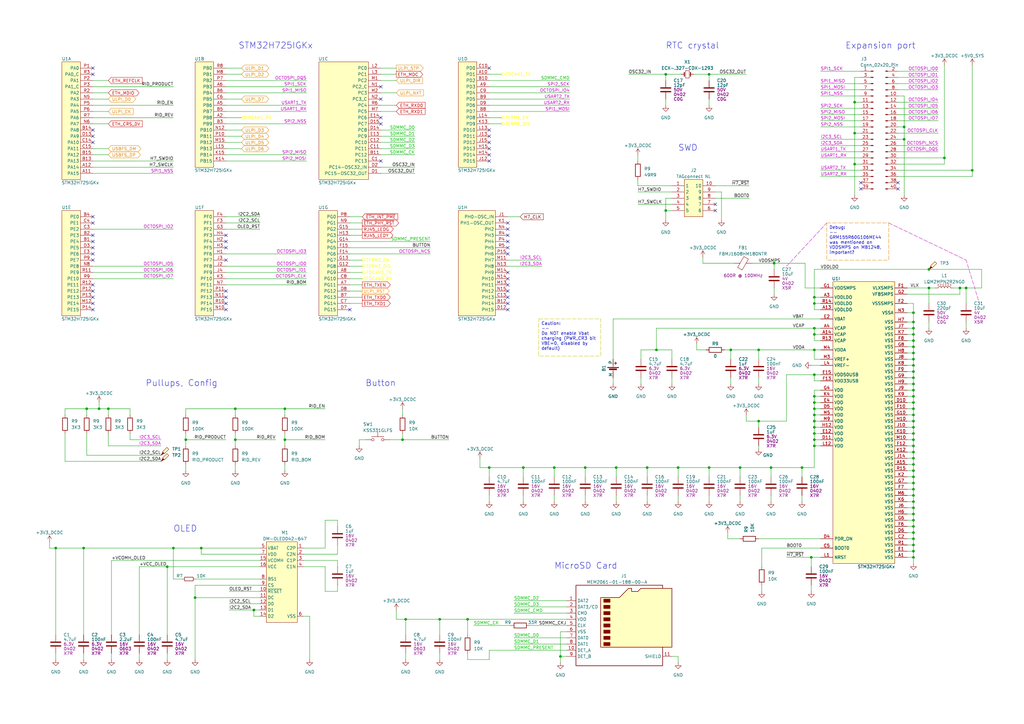
<source format=kicad_sch>
(kicad_sch (version 20230121) (generator eeschema)
  (paper "A3")
  (title_block (title "rt_bridge_pro") (date "2023-04-21") (rev "A") (company "vhrd.tech AS") (comment 1 "Isaikin R.E.") (comment 4 "Draft"))
  (junction (at 374.65 134.62))
  (junction (at 317.5 107.95))
  (junction (at 334.01 167.64))
  (junction (at 334.01 162.56))
  (junction (at 350.52 54.61))
  (junction (at 374.65 172.72))
  (junction (at 328.93 191.77))
  (junction (at 374.65 223.52))
  (junction (at 116.84 180.34))
  (junction (at 290.83 30.48))
  (junction (at 334.01 177.8))
  (junction (at 334.01 182.88))
  (junction (at 96.52 167.64))
  (junction (at 374.65 157.48))
  (junction (at 334.01 137.16))
  (junction (at 334.01 124.46))
  (junction (at 374.65 144.78))
  (junction (at 374.65 220.98))
  (junction (at 374.65 185.42))
  (junction (at 334.01 172.72))
  (junction (at 334.01 165.1))
  (junction (at 374.65 139.7))
  (junction (at 22.86 224.79))
  (junction (at 393.7 118.11))
  (junction (at 311.15 143.51))
  (junction (at 278.13 191.77))
  (junction (at 334.01 134.62))
  (junction (at 374.65 147.32))
  (junction (at 350.52 67.31))
  (junction (at 374.65 132.08))
  (junction (at 334.01 143.51))
  (junction (at 303.53 191.77))
  (junction (at 334.01 153.67))
  (junction (at 374.65 187.96))
  (junction (at 374.65 170.18))
  (junction (at 396.24 118.11))
  (junction (at 71.12 224.79))
  (junction (at 374.65 182.88))
  (junction (at 381 118.11))
  (junction (at 269.24 143.51))
  (junction (at 374.65 198.12))
  (junction (at 374.65 175.26))
  (junction (at 191.77 254))
  (junction (at 381 110.49))
  (junction (at 96.52 180.34))
  (junction (at 374.65 226.06))
  (junction (at 350.52 41.91))
  (junction (at 374.65 177.8))
  (junction (at 68.58 232.41))
  (junction (at 180.34 254))
  (junction (at 374.65 208.28))
  (junction (at 374.65 228.6))
  (junction (at 76.2 180.34))
  (junction (at 374.65 200.66))
  (junction (at 334.01 170.18))
  (junction (at 299.72 143.51))
  (junction (at 374.65 215.9))
  (junction (at 200.66 191.77))
  (junction (at 370.84 57.15))
  (junction (at 265.43 191.77))
  (junction (at 374.65 142.24))
  (junction (at 374.65 137.16))
  (junction (at 214.63 191.77))
  (junction (at 35.56 167.64))
  (junction (at 82.55 224.79))
  (junction (at 374.65 128.27))
  (junction (at 44.45 167.64))
  (junction (at 374.65 154.94))
  (junction (at 374.65 190.5))
  (junction (at 104.14 250.19))
  (junction (at 374.65 205.74))
  (junction (at 387.35 64.77))
  (junction (at 166.37 254))
  (junction (at 334.01 121.92))
  (junction (at 374.65 162.56))
  (junction (at 273.05 30.48))
  (junction (at 290.83 191.77))
  (junction (at 116.84 167.64))
  (junction (at 80.01 245.11))
  (junction (at 374.65 149.86))
  (junction (at 374.65 165.1))
  (junction (at 374.65 167.64))
  (junction (at 334.01 180.34))
  (junction (at 227.33 191.77))
  (junction (at 374.65 160.02))
  (junction (at 34.29 224.79))
  (junction (at 374.65 152.4))
  (junction (at 374.65 218.44))
  (junction (at 374.65 210.82))
  (junction (at 374.65 213.36))
  (junction (at 334.01 175.26))
  (junction (at 370.84 52.07))
  (junction (at 374.65 195.58))
  (junction (at 240.03 191.77))
  (junction (at 40.64 167.64))
  (junction (at 316.23 191.77))
  (junction (at 374.65 193.04))
  (junction (at 374.65 180.34))
  (junction (at 229.87 269.24))
  (junction (at 252.73 191.77))
  (junction (at 398.78 69.85))
  (junction (at 165.1 180.34))
  (junction (at 311.15 172.72))
  (junction (at 273.05 86.36))
  (junction (at 374.65 203.2))
  (junction (at 332.74 228.6))
  (no_connect (at 38.1 127))
  (no_connect (at 38.1 91.44))
  (no_connect (at 208.28 116.84))
  (no_connect (at 368.3 74.93))
  (no_connect (at 38.1 27.94))
  (no_connect (at 208.28 124.46))
  (no_connect (at 293.37 86.36))
  (no_connect (at 200.66 63.5))
  (no_connect (at 353.06 77.47))
  (no_connect (at 92.71 119.38))
  (no_connect (at 208.28 101.6))
  (no_connect (at 38.1 104.14))
  (no_connect (at 208.28 104.14))
  (no_connect (at 38.1 99.06))
  (no_connect (at 92.71 127))
  (no_connect (at 208.28 114.3))
  (no_connect (at 156.21 50.8))
  (no_connect (at 208.28 93.98))
  (no_connect (at 92.71 124.46))
  (no_connect (at 38.1 119.38))
  (no_connect (at 200.66 58.42))
  (no_connect (at 368.3 77.47))
  (no_connect (at 143.51 127))
  (no_connect (at 208.28 96.52))
  (no_connect (at 38.1 30.48))
  (no_connect (at 156.21 48.26))
  (no_connect (at 38.1 96.52))
  (no_connect (at 156.21 35.56))
  (no_connect (at 38.1 55.88))
  (no_connect (at 208.28 119.38))
  (no_connect (at 38.1 53.34))
  (no_connect (at 38.1 58.42))
  (no_connect (at 38.1 121.92))
  (no_connect (at 200.66 53.34))
  (no_connect (at 92.71 96.52))
  (no_connect (at 38.1 124.46))
  (no_connect (at 38.1 101.6))
  (no_connect (at 200.66 60.96))
  (no_connect (at 156.21 66.04))
  (no_connect (at 92.71 101.6))
  (no_connect (at 200.66 27.94))
  (no_connect (at 38.1 106.68))
  (no_connect (at 156.21 40.64))
  (no_connect (at 200.66 55.88))
  (no_connect (at 293.37 83.82))
  (no_connect (at 208.28 111.76))
  (no_connect (at 38.1 88.9))
  (no_connect (at 208.28 121.92))
  (no_connect (at 92.71 106.68))
  (no_connect (at 208.28 127))
  (no_connect (at 92.71 99.06))
  (no_connect (at 353.06 74.93))
  (no_connect (at 208.28 99.06))
  (no_connect (at 208.28 91.44))
  (no_connect (at 38.1 116.84))
  (no_connect (at 92.71 121.92))
  (no_connect (at 200.66 66.04))
  (wire (pts (xy 96.52 190.5) (xy 96.52 193.04)))
  (wire (pts (xy 334.01 121.92) (xy 336.55 121.92)))
  (wire (pts (xy 374.65 175.26) (xy 374.65 172.72)))
  (wire (pts (xy 26.67 170.18) (xy 26.67 167.64)))
  (wire (pts (xy 374.65 160.02) (xy 374.65 157.48)))
  (wire (pts (xy 265.43 191.77) (xy 265.43 195.58)))
  (wire (pts (xy 252.73 203.2) (xy 252.73 205.74)))
  (wire (pts (xy 316.23 191.77) (xy 316.23 195.58)))
  (wire (pts (xy 240.03 191.77) (xy 252.73 191.77)))
  (wire (pts (xy 143.51 124.46) (xy 148.59 124.46)))
  (wire (pts (xy 76.2 190.5) (xy 76.2 193.04)))
  (wire (pts (xy 293.37 81.28) (xy 307.34 81.28)))
  (wire (pts (xy 334.01 170.18) (xy 334.01 172.72)))
  (wire (pts (xy 252.73 191.77) (xy 252.73 195.58)))
  (wire (pts (xy 370.84 52.07) (xy 370.84 57.15)))
  (wire (pts (xy 396.24 132.08) (xy 396.24 134.62)))
  (wire (pts (xy 368.3 54.61) (xy 384.81 54.61)))
  (wire (pts (xy 210.82 261.62) (xy 232.41 261.62)))
  (wire (pts (xy 191.77 267.97) (xy 191.77 270.51)))
  (wire (pts (xy 299.72 154.94) (xy 299.72 157.48)))
  (wire (pts (xy 368.3 29.21) (xy 384.81 29.21)))
  (wire (pts (xy 44.45 177.8) (xy 44.45 182.88)))
  (wire (pts (xy 374.65 170.18) (xy 374.65 167.64)))
  (wire (pts (xy 96.52 180.34) (xy 113.03 180.34)))
  (wire (pts (xy 22.86 224.79) (xy 34.29 224.79)))
  (wire (pts (xy 200.66 195.58) (xy 200.66 191.77)))
  (wire (pts (xy 80.01 245.11) (xy 80.01 240.03)))
  (wire (pts (xy 38.1 35.56) (xy 71.12 35.56)))
  (wire (pts (xy 143.51 96.52) (xy 148.59 96.52)))
  (wire (pts (xy 336.55 147.32) (xy 334.01 147.32)))
  (wire (pts (xy 57.15 267.97) (xy 57.15 270.51)))
  (wire (pts (xy 92.71 109.22) (xy 125.73 109.22)))
  (wire (pts (xy 353.06 59.69) (xy 336.55 59.69)))
  (wire (pts (xy 133.35 224.79) (xy 133.35 213.36)))
  (wire (pts (xy 353.06 34.29) (xy 336.55 34.29)))
  (wire (pts (xy 262.89 154.94) (xy 262.89 157.48)))
  (wire (pts (xy 240.03 191.77) (xy 240.03 195.58)))
  (wire (pts (xy 374.65 208.28) (xy 374.65 205.74)))
  (wire (pts (xy 387.35 26.67) (xy 387.35 64.77)))
  (wire (pts (xy 374.65 128.27) (xy 374.65 132.08)))
  (wire (pts (xy 38.1 40.64) (xy 44.45 40.64)))
  (wire (pts (xy 44.45 182.88) (xy 66.04 182.88)))
  (wire (pts (xy 191.77 254) (xy 191.77 260.35)))
  (wire (pts (xy 374.65 198.12) (xy 374.65 195.58)))
  (wire (pts (xy 227.33 191.77) (xy 240.03 191.77)))
  (wire (pts (xy 288.29 105.41) (xy 288.29 107.95)))
  (wire (pts (xy 278.13 191.77) (xy 290.83 191.77)))
  (wire (pts (xy 374.65 142.24) (xy 374.65 139.7)))
  (wire (pts (xy 285.75 143.51) (xy 285.75 140.97)))
  (wire (pts (xy 104.14 250.19) (xy 104.14 252.73)))
  (wire (pts (xy 374.65 182.88) (xy 374.65 180.34)))
  (wire (pts (xy 262.89 143.51) (xy 269.24 143.51)))
  (wire (pts (xy 334.01 180.34) (xy 334.01 182.88)))
  (wire (pts (xy 143.51 106.68) (xy 148.59 106.68)))
  (wire (pts (xy 38.1 66.04) (xy 71.12 66.04)))
  (wire (pts (xy 353.06 69.85) (xy 336.55 69.85)))
  (wire (pts (xy 299.72 147.32) (xy 299.72 143.51)))
  (wire (pts (xy 316.23 203.2) (xy 316.23 205.74)))
  (wire (pts (xy 368.3 34.29) (xy 384.81 34.29)))
  (wire (pts (xy 308.61 107.95) (xy 317.5 107.95)))
  (wire (pts (xy 80.01 245.11) (xy 106.68 245.11)))
  (wire (pts (xy 372.11 185.42) (xy 374.65 185.42)))
  (wire (pts (xy 138.43 242.57) (xy 138.43 240.03)))
  (wire (pts (xy 368.3 46.99) (xy 384.81 46.99)))
  (wire (pts (xy 368.3 41.91) (xy 384.81 41.91)))
  (wire (pts (xy 334.01 175.26) (xy 336.55 175.26)))
  (wire (pts (xy 200.66 43.18) (xy 233.68 43.18)))
  (wire (pts (xy 295.91 78.74) (xy 293.37 78.74)))
  (wire (pts (xy 133.35 213.36) (xy 138.43 213.36)))
  (wire (pts (xy 127 252.73) (xy 127 270.51)))
  (wire (pts (xy 124.46 224.79) (xy 133.35 224.79)))
  (wire (pts (xy 124.46 229.87) (xy 138.43 229.87)))
  (wire (pts (xy 156.21 27.94) (xy 162.56 27.94)))
  (wire (pts (xy 398.78 69.85) (xy 368.3 69.85)))
  (wire (pts (xy 372.11 128.27) (xy 374.65 128.27)))
  (wire (pts (xy 38.1 38.1) (xy 44.45 38.1)))
  (wire (pts (xy 257.81 30.48) (xy 273.05 30.48)))
  (wire (pts (xy 374.65 210.82) (xy 374.65 208.28)))
  (wire (pts (xy 334.01 121.92) (xy 334.01 110.49)))
  (wire (pts (xy 334.01 177.8) (xy 336.55 177.8)))
  (wire (pts (xy 156.21 45.72) (xy 162.56 45.72)))
  (wire (pts (xy 116.84 190.5) (xy 116.84 193.04)))
  (wire (pts (xy 57.15 260.35) (xy 57.15 232.41)))
  (wire (pts (xy 200.66 33.02) (xy 233.68 33.02)))
  (wire (pts (xy 143.51 93.98) (xy 148.59 93.98)))
  (wire (pts (xy 143.51 116.84) (xy 148.59 116.84)))
  (wire (pts (xy 332.74 228.6) (xy 322.58 228.6)))
  (wire (pts (xy 374.65 195.58) (xy 374.65 193.04)))
  (wire (pts (xy 368.3 57.15) (xy 370.84 57.15)))
  (wire (pts (xy 92.71 116.84) (xy 125.73 116.84)))
  (wire (pts (xy 200.66 35.56) (xy 233.68 35.56)))
  (wire (pts (xy 143.51 104.14) (xy 176.53 104.14)))
  (wire (pts (xy 372.11 223.52) (xy 374.65 223.52)))
  (wire (pts (xy 265.43 203.2) (xy 265.43 205.74)))
  (wire (pts (xy 74.93 237.49) (xy 71.12 237.49)))
  (wire (pts (xy 76.2 180.34) (xy 92.71 180.34)))
  (wire (pts (xy 374.65 220.98) (xy 374.65 218.44)))
  (wire (pts (xy 328.93 195.58) (xy 328.93 191.77)))
  (wire (pts (xy 262.89 147.32) (xy 262.89 143.51)))
  (wire (pts (xy 290.83 191.77) (xy 303.53 191.77)))
  (wire (pts (xy 372.11 134.62) (xy 374.65 134.62)))
  (wire (pts (xy 353.06 49.53) (xy 336.55 49.53)))
  (wire (pts (xy 350.52 31.75) (xy 353.06 31.75)))
  (wire (pts (xy 278.13 203.2) (xy 278.13 205.74)))
  (wire (pts (xy 350.52 67.31) (xy 353.06 67.31)))
  (wire (pts (xy 353.06 52.07) (xy 336.55 52.07)))
  (wire (pts (xy 334.01 153.67) (xy 322.58 153.67)))
  (wire (pts (xy 92.71 88.9) (xy 106.68 88.9)))
  (wire (pts (xy 290.83 203.2) (xy 290.83 205.74)))
  (wire (pts (xy 290.83 30.48) (xy 290.83 33.02)))
  (wire (pts (xy 165.1 180.34) (xy 184.15 180.34)))
  (wire (pts (xy 35.56 167.64) (xy 40.64 167.64)))
  (wire (pts (xy 374.65 165.1) (xy 374.65 162.56)))
  (wire (pts (xy 374.65 172.72) (xy 374.65 170.18)))
  (wire (pts (xy 143.51 119.38) (xy 148.59 119.38)))
  (wire (pts (xy 38.1 50.8) (xy 44.45 50.8)))
  (wire (pts (xy 22.86 224.79) (xy 20.32 224.79)))
  (wire (pts (xy 312.42 240.03) (xy 312.42 242.57)))
  (wire (pts (xy 261.62 78.74) (xy 275.59 78.74)))
  (wire (pts (xy 104.14 252.73) (xy 106.68 252.73)))
  (wire (pts (xy 374.65 144.78) (xy 374.65 142.24)))
  (wire (pts (xy 76.2 180.34) (xy 76.2 182.88)))
  (wire (pts (xy 374.65 187.96) (xy 374.65 185.42)))
  (wire (pts (xy 330.2 107.95) (xy 330.2 118.11)))
  (wire (pts (xy 273.05 81.28) (xy 275.59 81.28)))
  (wire (pts (xy 374.65 190.5) (xy 374.65 187.96)))
  (wire (pts (xy 334.01 127) (xy 334.01 124.46)))
  (wire (pts (xy 180.34 267.97) (xy 180.34 270.51)))
  (wire (pts (xy 45.72 260.35) (xy 45.72 229.87)))
  (wire (pts (xy 334.01 170.18) (xy 336.55 170.18)))
  (wire (pts (xy 372.11 198.12) (xy 374.65 198.12)))
  (wire (pts (xy 116.84 180.34) (xy 116.84 182.88)))
  (wire (pts (xy 143.51 109.22) (xy 148.59 109.22)))
  (wire (pts (xy 372.11 139.7) (xy 374.65 139.7)))
  (wire (pts (xy 143.51 111.76) (xy 148.59 111.76)))
  (wire (pts (xy 116.84 167.64) (xy 116.84 170.18)))
  (wire (pts (xy 350.52 54.61) (xy 350.52 41.91)))
  (wire (pts (xy 285.75 143.51) (xy 289.56 143.51)))
  (wire (pts (xy 372.11 195.58) (xy 374.65 195.58)))
  (wire (pts (xy 278.13 191.77) (xy 278.13 195.58)))
  (wire (pts (xy 196.85 187.96) (xy 196.85 191.77)))
  (wire (pts (xy 229.87 269.24) (xy 229.87 259.08)))
  (wire (pts (xy 35.56 177.8) (xy 35.56 186.69)))
  (wire (pts (xy 68.58 267.97) (xy 68.58 270.51)))
  (wire (pts (xy 166.37 254) (xy 166.37 260.35)))
  (wire (pts (xy 138.43 229.87) (xy 138.43 232.41)))
  (wire (pts (xy 273.05 40.64) (xy 273.05 43.18)))
  (wire (pts (xy 372.11 142.24) (xy 374.65 142.24)))
  (wire (pts (xy 38.1 33.02) (xy 44.45 33.02)))
  (wire (pts (xy 311.15 220.98) (xy 336.55 220.98)))
  (wire (pts (xy 44.45 170.18) (xy 44.45 167.64)))
  (wire (pts (xy 210.82 246.38) (xy 232.41 246.38)))
  (wire (pts (xy 350.52 54.61) (xy 353.06 54.61)))
  (wire (pts (xy 299.72 143.51) (xy 311.15 143.51)))
  (wire (pts (xy 116.84 177.8) (xy 116.84 180.34)))
  (wire (pts (xy 162.56 250.19) (xy 162.56 254)))
  (wire (pts (xy 143.51 88.9) (xy 148.59 88.9)))
  (wire (pts (xy 53.34 170.18) (xy 53.34 167.64)))
  (wire (pts (xy 92.71 93.98) (xy 106.68 93.98)))
  (wire (pts (xy 374.65 223.52) (xy 374.65 220.98)))
  (wire (pts (xy 368.3 39.37) (xy 370.84 39.37)))
  (wire (pts (xy 38.1 45.72) (xy 44.45 45.72)))
  (wire (pts (xy 92.71 66.04) (xy 125.73 66.04)))
  (wire (pts (xy 381 132.08) (xy 381 134.62)))
  (wire (pts (xy 381 118.11) (xy 383.54 118.11)))
  (wire (pts (xy 334.01 177.8) (xy 334.01 180.34)))
  (wire (pts (xy 374.65 149.86) (xy 374.65 147.32)))
  (wire (pts (xy 372.11 213.36) (xy 374.65 213.36)))
  (wire (pts (xy 278.13 271.78) (xy 278.13 269.24)))
  (wire (pts (xy 156.21 63.5) (xy 170.18 63.5)))
  (wire (pts (xy 275.59 143.51) (xy 275.59 147.32)))
  (wire (pts (xy 92.71 63.5) (xy 125.73 63.5)))
  (wire (pts (xy 92.71 60.96) (xy 99.06 60.96)))
  (wire (pts (xy 210.82 264.16) (xy 232.41 264.16)))
  (wire (pts (xy 334.01 182.88) (xy 336.55 182.88)))
  (wire (pts (xy 208.28 106.68) (xy 222.25 106.68)))
  (wire (pts (xy 200.66 191.77) (xy 196.85 191.77)))
  (wire (pts (xy 372.11 157.48) (xy 374.65 157.48)))
  (wire (pts (xy 180.34 254) (xy 180.34 260.35)))
  (wire (pts (xy 336.55 29.21) (xy 353.06 29.21)))
  (wire (pts (xy 398.78 72.39) (xy 398.78 69.85)))
  (wire (pts (xy 298.45 218.44) (xy 298.45 220.98)))
  (wire (pts (xy 210.82 248.92) (xy 232.41 248.92)))
  (wire (pts (xy 332.74 149.86) (xy 336.55 149.86)))
  (wire (pts (xy 372.11 187.96) (xy 374.65 187.96)))
  (wire (pts (xy 92.71 114.3) (xy 125.73 114.3)))
  (wire (pts (xy 227.33 191.77) (xy 227.33 195.58)))
  (wire (pts (xy 381 110.49) (xy 402.59 110.49)))
  (wire (pts (xy 80.01 240.03) (xy 106.68 240.03)))
  (wire (pts (xy 290.83 40.64) (xy 290.83 43.18)))
  (wire (pts (xy 147.32 182.88) (xy 147.32 180.34)))
  (wire (pts (xy 334.01 134.62) (xy 334.01 137.16)))
  (wire (pts (xy 374.65 162.56) (xy 374.65 160.02)))
  (wire (pts (xy 200.66 40.64) (xy 233.68 40.64)))
  (wire (pts (xy 200.66 191.77) (xy 214.63 191.77)))
  (wire (pts (xy 334.01 137.16) (xy 336.55 137.16)))
  (wire (pts (xy 372.11 165.1) (xy 374.65 165.1)))
  (wire (pts (xy 214.63 191.77) (xy 227.33 191.77)))
  (wire (pts (xy 372.11 200.66) (xy 374.65 200.66)))
  (wire (pts (xy 71.12 224.79) (xy 82.55 224.79)))
  (wire (pts (xy 227.33 203.2) (xy 227.33 205.74)))
  (wire (pts (xy 273.05 30.48) (xy 279.4 30.48)))
  (wire (pts (xy 261.62 63.5) (xy 261.62 66.04)))
  (wire (pts (xy 156.21 68.58) (xy 170.18 68.58)))
  (wire (pts (xy 80.01 270.51) (xy 80.01 245.11)))
  (wire (pts (xy 214.63 195.58) (xy 214.63 191.77)))
  (wire (pts (xy 393.7 118.11) (xy 391.16 118.11)))
  (wire (pts (xy 372.11 160.02) (xy 374.65 160.02)))
  (wire (pts (xy 328.93 191.77) (xy 334.01 191.77)))
  (wire (pts (xy 372.11 177.8) (xy 374.65 177.8)))
  (wire (pts (xy 370.84 57.15) (xy 370.84 80.01)))
  (wire (pts (xy 92.71 53.34) (xy 99.06 53.34)))
  (wire (pts (xy 374.65 180.34) (xy 374.65 177.8)))
  (wire (pts (xy 166.37 254) (xy 162.56 254)))
  (wire (pts (xy 200.66 266.7) (xy 232.41 266.7)))
  (wire (pts (xy 138.43 213.36) (xy 138.43 215.9)))
  (wire (pts (xy 368.3 67.31) (xy 387.35 67.31)))
  (wire (pts (xy 372.11 205.74) (xy 374.65 205.74)))
  (wire (pts (xy 156.21 58.42) (xy 170.18 58.42)))
  (wire (pts (xy 269.24 134.62) (xy 334.01 134.62)))
  (wire (pts (xy 22.86 260.35) (xy 22.86 224.79)))
  (wire (pts (xy 38.1 109.22) (xy 71.12 109.22)))
  (wire (pts (xy 96.52 177.8) (xy 96.52 180.34)))
  (wire (pts (xy 372.11 210.82) (xy 374.65 210.82)))
  (wire (pts (xy 210.82 251.46) (xy 232.41 251.46)))
  (wire (pts (xy 402.59 110.49) (xy 402.59 118.11)))
  (wire (pts (xy 180.34 254) (xy 166.37 254)))
  (wire (pts (xy 334.01 110.49) (xy 381 110.49)))
  (wire (pts (xy 368.3 36.83) (xy 384.81 36.83)))
  (wire (pts (xy 350.52 80.01) (xy 350.52 67.31)))
  (wire (pts (xy 38.1 71.12) (xy 71.12 71.12)))
  (wire (pts (xy 156.21 71.12) (xy 170.18 71.12)))
  (wire (pts (xy 92.71 50.8) (xy 125.73 50.8)))
  (wire (pts (xy 374.65 152.4) (xy 374.65 149.86)))
  (wire (pts (xy 143.51 99.06) (xy 176.53 99.06)))
  (wire (pts (xy 332.74 240.03) (xy 332.74 242.57)))
  (wire (pts (xy 374.65 228.6) (xy 374.65 226.06)))
  (wire (pts (xy 303.53 203.2) (xy 303.53 205.74)))
  (wire (pts (xy 38.1 93.98) (xy 71.12 93.98)))
  (wire (pts (xy 353.06 57.15) (xy 336.55 57.15)))
  (wire (pts (xy 336.55 228.6) (xy 332.74 228.6)))
  (wire (pts (xy 311.15 143.51) (xy 334.01 143.51)))
  (wire (pts (xy 200.66 45.72) (xy 233.68 45.72)))
  (wire (pts (xy 92.71 33.02) (xy 125.73 33.02)))
  (wire (pts (xy 80.01 237.49) (xy 106.68 237.49)))
  (wire (pts (xy 316.23 191.77) (xy 328.93 191.77)))
  (wire (pts (xy 300.99 107.95) (xy 288.29 107.95)))
  (wire (pts (xy 374.65 213.36) (xy 374.65 210.82)))
  (wire (pts (xy 191.77 270.51) (xy 200.66 270.51)))
  (wire (pts (xy 82.55 224.79) (xy 106.68 224.79)))
  (wire (pts (xy 374.65 177.8) (xy 374.65 175.26)))
  (wire (pts (xy 317.5 107.95) (xy 317.5 110.49)))
  (wire (pts (xy 372.11 180.34) (xy 374.65 180.34)))
  (wire (pts (xy 353.06 36.83) (xy 336.55 36.83)))
  (wire (pts (xy 200.66 48.26) (xy 205.74 48.26)))
  (wire (pts (xy 322.58 153.67) (xy 322.58 172.72)))
  (wire (pts (xy 372.11 172.72) (xy 374.65 172.72)))
  (wire (pts (xy 336.55 153.67) (xy 334.01 153.67)))
  (wire (pts (xy 92.71 111.76) (xy 125.73 111.76)))
  (wire (pts (xy 353.06 46.99) (xy 336.55 46.99)))
  (wire (pts (xy 26.67 167.64) (xy 35.56 167.64)))
  (wire (pts (xy 372.11 193.04) (xy 374.65 193.04)))
  (wire (pts (xy 156.21 55.88) (xy 170.18 55.88)))
  (wire (pts (xy 334.01 153.67) (xy 334.01 156.21)))
  (wire (pts (xy 328.93 203.2) (xy 328.93 205.74)))
  (wire (pts (xy 156.21 33.02) (xy 162.56 33.02)))
  (wire (pts (xy 374.65 154.94) (xy 374.65 152.4)))
  (wire (pts (xy 368.3 62.23) (xy 384.81 62.23)))
  (wire (pts (xy 92.71 104.14) (xy 125.73 104.14)))
  (wire (pts (xy 165.1 180.34) (xy 165.1 177.8)))
  (wire (pts (xy 278.13 269.24) (xy 275.59 269.24)))
  (wire (pts (xy 372.11 118.11) (xy 381 118.11)))
  (wire (pts (xy 76.2 177.8) (xy 76.2 180.34)))
  (wire (pts (xy 106.68 250.19) (xy 104.14 250.19)))
  (wire (pts (xy 368.3 31.75) (xy 384.81 31.75)))
  (wire (pts (xy 92.71 27.94) (xy 99.06 27.94)))
  (wire (pts (xy 156.21 43.18) (xy 162.56 43.18)))
  (wire (pts (xy 317.5 118.11) (xy 317.5 120.65)))
  (wire (pts (xy 374.65 231.14) (xy 374.65 228.6)))
  (wire (pts (xy 156.21 60.96) (xy 170.18 60.96)))
  (wire (pts (xy 38.1 111.76) (xy 71.12 111.76)))
  (wire (pts (xy 92.71 55.88) (xy 99.06 55.88)))
  (wire (pts (xy 166.37 267.97) (xy 166.37 270.51)))
  (wire (pts (xy 143.51 121.92) (xy 148.59 121.92)))
  (wire (pts (xy 143.51 91.44) (xy 148.59 91.44)))
  (wire (pts (xy 312.42 232.41) (xy 312.42 224.79)))
  (wire (pts (xy 200.66 38.1) (xy 233.68 38.1)))
  (wire (pts (xy 232.41 254) (xy 191.77 254)))
  (wire (pts (xy 332.74 228.6) (xy 332.74 232.41)))
  (wire (pts (xy 68.58 232.41) (xy 68.58 260.35)))
  (wire (pts (xy 229.87 271.78) (xy 229.87 269.24)))
  (wire (pts (xy 372.11 220.98) (xy 374.65 220.98)))
  (wire (pts (xy 165.1 167.64) (xy 165.1 170.18)))
  (wire (pts (xy 68.58 232.41) (xy 106.68 232.41)))
  (wire (pts (xy 261.62 83.82) (xy 275.59 83.82)))
  (wire (pts (xy 350.52 41.91) (xy 350.52 31.75)))
  (wire (pts (xy 372.11 203.2) (xy 374.65 203.2)))
  (wire (pts (xy 138.43 227.33) (xy 138.43 223.52)))
  (wire (pts (xy 20.32 222.25) (xy 20.32 224.79)))
  (wire (pts (xy 298.45 220.98) (xy 303.53 220.98)))
  (wire (pts (xy 143.51 114.3) (xy 148.59 114.3)))
  (wire (pts (xy 92.71 91.44) (xy 106.68 91.44)))
  (wire (pts (xy 334.01 172.72) (xy 334.01 175.26)))
  (wire (pts (xy 368.3 44.45) (xy 384.81 44.45)))
  (wire (pts (xy 306.07 170.18) (xy 306.07 172.72)))
  (wire (pts (xy 38.1 68.58) (xy 71.12 68.58)))
  (wire (pts (xy 322.58 172.72) (xy 311.15 172.72)))
  (wire (pts (xy 336.55 160.02) (xy 334.01 160.02)))
  (polyline (pts (xy 401.32 123.19) (xy 396.24 106.68)) (stroke (width 0) (type dash) (color 194 0 194 1)))
  (wire (pts (xy 35.56 167.64) (xy 35.56 170.18)))
  (wire (pts (xy 261.62 73.66) (xy 261.62 76.2)))
  (wire (pts (xy 156.21 38.1) (xy 162.56 38.1)))
  (wire (pts (xy 214.63 203.2) (xy 214.63 205.74)))
  (wire (pts (xy 374.65 205.74) (xy 374.65 203.2)))
  (wire (pts (xy 34.29 224.79) (xy 71.12 224.79)))
  (wire (pts (xy 334.01 156.21) (xy 336.55 156.21)))
  (wire (pts (xy 353.06 44.45) (xy 336.55 44.45)))
  (wire (pts (xy 284.48 30.48) (xy 290.83 30.48)))
  (wire (pts (xy 334.01 124.46) (xy 334.01 121.92)))
  (wire (pts (xy 372.11 208.28) (xy 374.65 208.28)))
  (wire (pts (xy 35.56 186.69) (xy 66.04 186.69)))
  (wire (pts (xy 251.46 154.94) (xy 251.46 157.48)))
  (wire (pts (xy 92.71 35.56) (xy 125.73 35.56)))
  (wire (pts (xy 26.67 177.8) (xy 26.67 189.23)))
  (wire (pts (xy 147.32 180.34) (xy 149.86 180.34)))
  (wire (pts (xy 93.98 247.65) (xy 106.68 247.65)))
  (wire (pts (xy 124.46 227.33) (xy 138.43 227.33)))
  (wire (pts (xy 334.01 172.72) (xy 336.55 172.72)))
  (wire (pts (xy 124.46 252.73) (xy 127 252.73)))
  (wire (pts (xy 334.01 165.1) (xy 334.01 167.64)))
  (wire (pts (xy 275.59 76.2) (xy 261.62 76.2)))
  (wire (pts (xy 368.3 72.39) (xy 398.78 72.39)))
  (wire (pts (xy 368.3 52.07) (xy 370.84 52.07)))
  (wire (pts (xy 92.71 38.1) (xy 125.73 38.1)))
  (wire (pts (xy 374.65 137.16) (xy 374.65 134.62)))
  (wire (pts (xy 200.66 270.51) (xy 200.66 266.7)))
  (wire (pts (xy 229.87 269.24) (xy 232.41 269.24)))
  (wire (pts (xy 374.65 167.64) (xy 374.65 165.1)))
  (wire (pts (xy 350.52 67.31) (xy 350.52 54.61)))
  (wire (pts (xy 370.84 39.37) (xy 370.84 52.07)))
  (wire (pts (xy 273.05 86.36) (xy 273.05 81.28)))
  (wire (pts (xy 265.43 191.77) (xy 278.13 191.77)))
  (wire (pts (xy 374.65 147.32) (xy 374.65 144.78)))
  (wire (pts (xy 275.59 154.94) (xy 275.59 157.48)))
  (wire (pts (xy 53.34 167.64) (xy 44.45 167.64)))
  (wire (pts (xy 76.2 167.64) (xy 76.2 170.18)))
  (wire (pts (xy 372.11 149.86) (xy 374.65 149.86)))
  (wire (pts (xy 311.15 182.88) (xy 311.15 184.15)))
  (wire (pts (xy 38.1 43.18) (xy 71.12 43.18)))
  (wire (pts (xy 22.86 267.97) (xy 22.86 270.51)))
  (wire (pts (xy 372.11 215.9) (xy 374.65 215.9)))
  (wire (pts (xy 252.73 191.77) (xy 265.43 191.77)))
  (wire (pts (xy 208.28 88.9) (xy 213.36 88.9)))
  (wire (pts (xy 353.06 64.77) (xy 336.55 64.77)))
  (wire (pts (xy 76.2 167.64) (xy 96.52 167.64)))
  (wire (pts (xy 374.65 218.44) (xy 374.65 215.9)))
  (wire (pts (xy 374.65 193.04) (xy 374.65 190.5)))
  (wire (pts (xy 133.35 242.57) (xy 138.43 242.57)))
  (wire (pts (xy 92.71 58.42) (xy 99.06 58.42)))
  (wire (pts (xy 372.11 228.6) (xy 374.65 228.6)))
  (wire (pts (xy 317.5 107.95) (xy 330.2 107.95)))
  (wire (pts (xy 387.35 64.77) (xy 368.3 64.77)))
  (wire (pts (xy 334.01 162.56) (xy 336.55 162.56)))
  (wire (pts (xy 334.01 139.7) (xy 336.55 139.7)))
  (wire (pts (xy 133.35 232.41) (xy 133.35 242.57)))
  (wire (pts (xy 34.29 267.97) (xy 34.29 270.51)))
  (wire (pts (xy 372.11 120.65) (xy 393.7 120.65)))
  (wire (pts (xy 353.06 39.37) (xy 336.55 39.37)))
  (wire (pts (xy 374.65 203.2) (xy 374.65 200.66)))
  (wire (pts (xy 372.11 147.32) (xy 374.65 147.32)))
  (polyline (pts (xy 322.58 109.22) (xy 339.09 91.44)) (stroke (width 0) (type dash) (color 194 0 194 1)))
  (wire (pts (xy 156.21 30.48) (xy 162.56 30.48)))
  (wire (pts (xy 156.21 53.34) (xy 170.18 53.34)))
  (wire (pts (xy 334.01 191.77) (xy 334.01 182.88)))
  (wire (pts (xy 57.15 232.41) (xy 68.58 232.41)))
  (wire (pts (xy 200.66 30.48) (xy 205.74 30.48)))
  (wire (pts (xy 124.46 232.41) (xy 133.35 232.41)))
  (wire (pts (xy 372.11 218.44) (xy 374.65 218.44)))
  (wire (pts (xy 106.68 227.33) (xy 82.55 227.33)))
  (wire (pts (xy 334.01 175.26) (xy 334.01 177.8)))
  (wire (pts (xy 92.71 45.72) (xy 125.73 45.72)))
  (wire (pts (xy 93.98 250.19) (xy 104.14 250.19)))
  (wire (pts (xy 53.34 180.34) (xy 66.04 180.34)))
  (wire (pts (xy 303.53 191.77) (xy 303.53 195.58)))
  (wire (pts (xy 372.11 226.06) (xy 374.65 226.06)))
  (wire (pts (xy 372.11 144.78) (xy 374.65 144.78)))
  (wire (pts (xy 44.45 167.64) (xy 40.64 167.64)))
  (wire (pts (xy 374.65 200.66) (xy 374.65 198.12)))
  (wire (pts (xy 92.71 40.64) (xy 99.06 40.64)))
  (wire (pts (xy 71.12 237.49) (xy 71.12 224.79)))
  (wire (pts (xy 368.3 49.53) (xy 384.81 49.53)))
  (wire (pts (xy 290.83 191.77) (xy 290.83 195.58)))
  (wire (pts (xy 273.05 86.36) (xy 273.05 90.17)))
  (wire (pts (xy 116.84 167.64) (xy 133.35 167.64)))
  (wire (pts (xy 269.24 143.51) (xy 275.59 143.51)))
  (wire (pts (xy 312.42 224.79) (xy 336.55 224.79)))
  (wire (pts (xy 160.02 180.34) (xy 165.1 180.34)))
  (wire (pts (xy 251.46 130.81) (xy 336.55 130.81)))
  (wire (pts (xy 93.98 242.57) (xy 106.68 242.57)))
  (wire (pts (xy 334.01 137.16) (xy 334.01 139.7)))
  (wire (pts (xy 92.71 30.48) (xy 99.06 30.48)))
  (wire (pts (xy 330.2 118.11) (xy 336.55 118.11)))
  (wire (pts (xy 200.66 203.2) (xy 200.66 205.74)))
  (wire (pts (xy 334.01 162.56) (xy 334.01 165.1)))
  (wire (pts (xy 297.18 143.51) (xy 299.72 143.51)))
  (wire (pts (xy 372.11 190.5) (xy 374.65 190.5)))
  (wire (pts (xy 200.66 50.8) (xy 205.74 50.8)))
  (wire (pts (xy 372.11 167.64) (xy 374.65 167.64)))
  (wire (pts (xy 295.91 90.17) (xy 295.91 78.74)))
  (wire (pts (xy 217.17 256.54) (xy 232.41 256.54)))
  (wire (pts (xy 96.52 167.64) (xy 96.52 170.18)))
  (polyline (pts (xy 364.49 91.44) (xy 396.24 106.68)) (stroke (width 0) (type dash) (color 194 0 194 1)))
  (wire (pts (xy 306.07 172.72) (xy 311.15 172.72)))
  (wire (pts (xy 53.34 177.8) (xy 53.34 180.34)))
  (wire (pts (xy 374.65 157.48) (xy 374.65 154.94)))
  (wire (pts (xy 311.15 154.94) (xy 311.15 157.48)))
  (wire (pts (xy 116.84 180.34) (xy 133.35 180.34)))
  (wire (pts (xy 381 118.11) (xy 381 124.46)))
  (wire (pts (xy 40.64 167.64) (xy 40.64 165.1)))
  (wire (pts (xy 334.01 165.1) (xy 336.55 165.1)))
  (wire (pts (xy 374.65 226.06) (xy 374.65 223.52)))
  (wire (pts (xy 26.67 189.23) (xy 66.04 189.23)))
  (wire (pts (xy 353.06 62.23) (xy 336.55 62.23)))
  (wire (pts (xy 334.01 124.46) (xy 336.55 124.46)))
  (wire (pts (xy 387.35 67.31) (xy 387.35 64.77)))
  (wire (pts (xy 92.71 48.26) (xy 99.06 48.26)))
  (wire (pts (xy 38.1 60.96) (xy 44.45 60.96)))
  (wire (pts (xy 208.28 109.22) (xy 222.25 109.22)))
  (wire (pts (xy 374.65 139.7) (xy 374.65 137.16)))
  (wire (pts (xy 372.11 137.16) (xy 374.65 137.16)))
  (wire (pts (xy 96.52 180.34) (xy 96.52 182.88)))
  (wire (pts (xy 38.1 48.26) (xy 71.12 48.26)))
  (wire (pts (xy 334.01 147.32) (xy 334.01 143.51)))
  (wire (pts (xy 372.11 182.88) (xy 374.65 182.88)))
  (wire (pts (xy 269.24 134.62) (xy 269.24 143.51)))
  (wire (pts (xy 374.65 185.42) (xy 374.65 182.88)))
  (wire (pts (xy 251.46 130.81) (xy 251.46 147.32)))
  (wire (pts (xy 45.72 267.97) (xy 45.72 270.51)))
  (wire (pts (xy 38.1 63.5) (xy 44.45 63.5)))
  (wire (pts (xy 396.24 118.11) (xy 396.24 124.46)))
  (wire (pts (xy 38.1 114.3) (xy 71.12 114.3)))
  (wire (pts (xy 45.72 229.87) (xy 106.68 229.87)))
  (wire (pts (xy 372.11 154.94) (xy 374.65 154.94)))
  (wire (pts (xy 311.15 172.72) (xy 311.15 175.26)))
  (wire (pts (xy 368.3 59.69) (xy 384.81 59.69)))
  (wire (pts (xy 372.11 162.56) (xy 374.65 162.56)))
  (wire (pts (xy 336.55 127) (xy 334.01 127)))
  (wire (pts (xy 273.05 86.36) (xy 275.59 86.36)))
  (wire (pts (xy 353.06 72.39) (xy 336.55 72.39)))
  (wire (pts (xy 334.01 167.64) (xy 336.55 167.64)))
  (wire (pts (xy 92.71 43.18) (xy 125.73 43.18)))
  (wire (pts (xy 303.53 191.77) (xy 316.23 191.77)))
  (wire (pts (xy 374.65 134.62) (xy 374.65 132.08)))
  (wire (pts (xy 96.52 167.64) (xy 116.84 167.64)))
  (wire (pts (xy 290.83 30.48) (xy 306.07 30.48)))
  (wire (pts (xy 393.7 118.11) (xy 396.24 118.11)))
  (wire (pts (xy 336.55 134.62) (xy 334.01 134.62)))
  (wire (pts (xy 374.65 215.9) (xy 374.65 213.36)))
  (wire (pts (xy 393.7 120.65) (xy 393.7 118.11)))
  (wire (pts (xy 372.11 124.46) (xy 374.65 124.46)))
  (wire (pts (xy 374.65 124.46) (xy 374.65 128.27)))
  (wire (pts (xy 372.11 170.18) (xy 374.65 170.18)))
  (wire (pts (xy 34.29 260.35) (xy 34.29 224.79)))
  (wire (pts (xy 398.78 26.67) (xy 398.78 69.85)))
  (wire (pts (xy 350.52 41.91) (xy 353.06 41.91)))
  (wire (pts (xy 334.01 167.64) (xy 334.01 170.18)))
  (wire (pts (xy 229.87 259.08) (xy 232.41 259.08)))
  (wire (pts (xy 194.31 256.54) (xy 209.55 256.54)))
  (wire (pts (xy 372.11 152.4) (xy 374.65 152.4)))
  (wire (pts (xy 191.77 254) (xy 180.34 254)))
  (wire (pts (xy 240.03 203.2) (xy 240.03 205.74)))
  (wire (pts (xy 396.24 118.11) (xy 402.59 118.11)))
  (wire (pts (xy 334.01 180.34) (xy 336.55 180.34)))
  (wire (pts (xy 372.11 175.26) (xy 374.65 175.26)))
  (wire (pts (xy 273.05 33.02) (xy 273.05 30.48)))
  (wire (pts (xy 334.01 143.51) (xy 336.55 143.51)))
  (wire (pts (xy 311.15 147.32) (xy 311.15 143.51)))
  (wire (pts (xy 143.51 101.6) (xy 176.53 101.6)))
  (wire (pts (xy 334.01 160.02) (xy 334.01 162.56)))
  (wire (pts (xy 374.65 132.08) (xy 372.11 132.08)))
  (wire (pts (xy 293.37 76.2) (xy 307.34 76.2)))
  (wire (pts (xy 82.55 227.33) (xy 82.55 224.79)))
  (text_box "Debug:\n--\nGRM155R60G106ME44 was mentioned on VDDSMPS on MB1248, important?\n" (at 339.09 91.44 0) (size 25.4 15.24) (stroke (width 0.1524) (type dash) (color 221 133 0 1)) (effects (font (size 1.27 1.27)) (justify left top)))
  (text_box "Caution:\n--\nDo NOT enable Vbat charging (PWR_CR3 bit VBE=0, disabled by default)" (at 220.98 130.81 0) (size 25.4 15.24) (stroke (width 0.1524) (type dash) (color 194 194 0 1)) (effects (font (size 1.27 1.27)) (justify left top)))
  (text "SWD" (at 278.13 62.23 0) (effects (font (size 2.54 2.54)) (justify left bottom)))
  (text "OLED" (at 71.12 218.44 0) (effects (font (size 2.54 2.54)) (justify left bottom)))
  (text "STM32H725IGKx" (at 97.79 20.32 0) (effects (font (size 2.54 2.54)) (justify left bottom)))
  (text "RTC crystal" (at 273.05 20.32 0) (effects (font (size 2.54 2.54)) (justify left bottom)))
  (text "Button" (at 149.86 158.75 0) (effects (font (size 2.54 2.54)) (justify left bottom)))
  (text "Expansion port" (at 346.71 20.32 0) (effects (font (size 2.54 2.54)) (justify left bottom)))
  (text "MicroSD Card" (at 227.33 233.68 0) (effects (font (size 2.54 2.54)) (justify left bottom)))
  (text "Pullups, Config" (at 59.69 158.75 0) (effects (font (size 2.54 2.54)) (justify left bottom)))
  (label "VDDLDO" (at 336.55 110.49 0))
  (label "OCTOSPI_IO4" (at 384.81 41.91 180))
  (label "OCTOSPI_IO6" (at 71.12 111.76 180))
  (label "VCAP" (at 325.12 134.62 0))
  (label "SPI1_SCK" (at 125.73 35.56 180))
  (label "OCTOSPI_CLK" (at 384.81 54.61 180))
  (label "USART1_TX" (at 336.55 62.23 0))
  (label "I2C3_SDA" (at 222.25 109.22 180))
  (label "I2C3_SCL" (at 336.55 57.15 0))
  (label "H7_SWDIO" (at 71.12 66.04 180))
  (label "OCTOSPI_IO2" (at 71.12 93.98 180))
  (label "RID_PRODUCT" (at 71.12 35.56 180))
  (label "I2C2_SDA" (at 106.68 88.9 180))
  (label "I2C3_SDA" (at 66.04 182.88 180))
  (label "H7_SWCLK" (at 261.62 83.82 0))
  (label "SPI2_MOSI" (at 336.55 49.53 0))
  (label "SDMMC_D0" (at 210.82 261.62 0))
  (label "H7_SWCLK" (at 71.12 68.58 180))
  (label "SDMMC_CMD" (at 210.82 251.46 0))
  (label "OSC32_IN" (at 170.18 68.58 180))
  (label "SPI1_NSS" (at 336.55 39.37 0))
  (label "SDMMC_D3" (at 170.18 60.96 180))
  (label "BUTTON" (at 176.53 101.6 180))
  (label "SDMMC_PRESENT" (at 210.82 266.7 0))
  (label "OSC32_OUT" (at 170.18 71.12 180))
  (label "+VCOMH_OLED" (at 45.72 229.87 0))
  (label "I2C3_SDA" (at 336.55 59.69 0))
  (label "SPI1_SCK" (at 336.55 29.21 0))
  (label "H7_SWDIO" (at 261.62 78.74 0))
  (label "VBAT" (at 325.12 130.81 0))
  (label "~{H7_RST}" (at 322.58 228.6 0))
  (label "SPI1_NSS" (at 71.12 71.12 180))
  (label "OCTOSPI_IO1" (at 125.73 111.76 180))
  (label "SDMMC_D0" (at 170.18 53.34 180))
  (label "OCTOSPI_IO4" (at 233.68 38.1 180))
  (label "SPI1_MISO" (at 125.73 38.1 180))
  (label "OCTOSPI_IO7" (at 384.81 49.53 180))
  (label "RID_BOM" (at 133.35 180.34 180))
  (label "OCTOSPI_DQS" (at 384.81 62.23 180))
  (label "+VCC_OLED" (at 57.15 232.41 0))
  (label "USART1_RX" (at 336.55 64.77 0))
  (label "SPI1_MOSI" (at 336.55 36.83 0))
  (label "SDMMC_D2" (at 170.18 58.42 180))
  (label "RID_BOM" (at 125.73 116.84 180))
  (label "OCTOSPI_NCS" (at 384.81 59.69 180))
  (label "OCTOSPI_IO6" (at 384.81 46.99 180))
  (label "OCTOSPI_IO7" (at 71.12 114.3 180))
  (label "OSC32_IN" (at 257.81 30.48 0))
  (label "SDMMC_D1" (at 210.82 264.16 0))
  (label "SPI2_SCK" (at 233.68 35.56 180))
  (label "USART1_RX" (at 125.73 45.72 180))
  (label "SDMMC_CK" (at 170.18 63.5 180))
  (label "USART2_TX" (at 233.68 40.64 180))
  (label "SPI2_NSS" (at 125.73 50.8 180))
  (label "SDMMC_CK" (at 194.31 256.54 0))
  (label "OCTOSPI_NCS" (at 176.53 104.14 180))
  (label "SDMMC_D2" (at 210.82 246.38 0))
  (label "I2C2_SCL" (at 93.98 247.65 0))
  (label "OCTOSPI_IO5" (at 384.81 44.45 180))
  (label "USART2_RX" (at 233.68 43.18 180))
  (label "OCTOSPI_IO3" (at 125.73 104.14 180))
  (label "SDMMC_CMD" (at 233.68 33.02 180))
  (label "USART2_RX" (at 336.55 72.39 0))
  (label "VDDA" (at 325.12 143.51 0))
  (label "SPI2_NSS" (at 336.55 52.07 0))
  (label "SPI1_MOSI" (at 233.68 45.72 180))
  (label "RID_EN" (at 71.12 43.18 180))
  (label "BUTTON" (at 184.15 180.34 180))
  (label "OCTOSPI_IO2" (at 384.81 34.29 180))
  (label "I2C3_SCL" (at 66.04 180.34 180))
  (label "SDMMC_D1" (at 170.18 55.88 180))
  (label "BOOT0" (at 307.34 81.28 180))
  (label "RID_EN" (at 133.35 167.64 180))
  (label "RID_PRODUCT" (at 92.71 180.34 180))
  (label "OCTOSPI_IO3" (at 384.81 36.83 180))
  (label "USART1_TX" (at 125.73 43.18 180))
  (label "~{H7_RST}" (at 307.34 76.2 180))
  (label "I2C2_SDA" (at 93.98 250.19 0))
  (label "SPI2_MISO" (at 125.73 63.5 180))
  (label "SPI2_MOSI" (at 125.73 66.04 180))
  (label "OLED_RST" (at 106.68 93.98 180))
  (label "USART2_TX" (at 336.55 69.85 0))
  (label "OCTOSPI_IO0" (at 125.73 109.22 180))
  (label "SPI1_MISO" (at 336.55 34.29 0))
  (label "VDDSMPS" (at 311.15 107.95 0))
  (label "SDMMC_D3" (at 210.82 248.92 0))
  (label "VLX" (at 373.38 118.11 0))
  (label "OCTOSPI_DQS" (at 125.73 33.02 180))
  (label "SPI2_MISO" (at 336.55 46.99 0))
  (label "RID_REV" (at 113.03 180.34 180))
  (label "BOOT0" (at 322.58 224.79 0))
  (label "I2C2_SCL" (at 66.04 186.69 180))
  (label "SDMMC_CKJ" (at 220.98 256.54 0))
  (label "SDMMC_PRESENT" (at 176.53 99.06 180))
  (label "OCTOSPI_IO0" (at 384.81 29.21 180))
  (label "OLED_RST" (at 93.98 242.57 0))
  (label "OCTOSPI_IO5" (at 71.12 109.22 180))
  (label "OCTOSPI_IO1" (at 384.81 31.75 180))
  (label "OSC32_OUT" (at 306.07 30.48 180))
  (label "I2C2_SDA" (at 66.04 189.23 180))
  (label "RID_REV" (at 71.12 48.26 180))
  (label "SPI2_SCK" (at 336.55 44.45 0))
  (label "I2C2_SCL" (at 106.68 91.44 180))
  (label "OCTOSPI_CLK" (at 125.73 114.3 180))
  (label "I2C3_SCL" (at 222.25 106.68 180))
  (global_label "ETH_RXD1" (shape input) (at 162.56 45.72 0) (property "Intersheetrefs" "${INTERSHEET_REFS}" (effects hide)))
  (global_label "ETH_MDIO" (shape bidirectional) (at 44.45 38.1 0) (property "Intersheetrefs" "${INTERSHEET_REFS}" (effects hide)))
  (global_label "H7_CLK" (shape input) (at 213.36 88.9 0) (property "Intersheetrefs" "${INTERSHEET_REFS}" (effects hide)))
  (global_label "RJ45_LEDY" (shape output) (at 148.59 96.52 0) (property "Intersheetrefs" "${INTERSHEET_REFS}" (effects hide)))
  (global_label "ETH_TXEN" (shape output) (at 148.59 116.84 0) (property "Intersheetrefs" "${INTERSHEET_REFS}" (effects hide)))
  (global_label "ULPI_DIR" (shape input) (at 162.56 33.02 0) (property "Intersheetrefs" "${INTERSHEET_REFS}" (effects hide)))
  (global_label "USBFS_DM" (shape bidirectional) (at 44.45 60.96 0) (property "Intersheetrefs" "${INTERSHEET_REFS}" (effects hide)))
  (global_label "ULPI_NXT" (shape input) (at 162.56 38.1 0) (property "Intersheetrefs" "${INTERSHEET_REFS}" (effects hide)))
  (global_label "ULPI_CK" (shape input) (at 44.45 45.72 0) (property "Intersheetrefs" "${INTERSHEET_REFS}" (effects hide)))
  (global_label "USBFS_DP" (shape bidirectional) (at 44.45 63.5 0) (property "Intersheetrefs" "${INTERSHEET_REFS}" (effects hide)))
  (global_label "RJ45_LEDG" (shape output) (at 148.59 93.98 0) (property "Intersheetrefs" "${INTERSHEET_REFS}" (effects hide)))
  (global_label "~{ETH_PHY_RST}" (shape output) (at 148.59 91.44 0) (property "Intersheetrefs" "${INTERSHEET_REFS}" (effects hide)))
  (global_label "ULPI_D5" (shape bidirectional) (at 99.06 58.42 0) (property "Intersheetrefs" "${INTERSHEET_REFS}" (effects hide)))
  (global_label "ULPI_D6" (shape bidirectional) (at 99.06 60.96 0) (property "Intersheetrefs" "${INTERSHEET_REFS}" (effects hide)))
  (global_label "ETH_CRS_DV" (shape input) (at 44.45 50.8 0) (property "Intersheetrefs" "${INTERSHEET_REFS}" (effects hide)))
  (global_label "ETH_REFCLK" (shape input) (at 44.45 33.02 0) (property "Intersheetrefs" "${INTERSHEET_REFS}" (effects hide)))
  (global_label "ETH_MDC" (shape output) (at 162.56 30.48 0) (property "Intersheetrefs" "${INTERSHEET_REFS}" (effects hide)))
  (global_label "ULPI_D3" (shape bidirectional) (at 99.06 53.34 0) (property "Intersheetrefs" "${INTERSHEET_REFS}" (effects hide)))
  (global_label "ETH_RXD0" (shape input) (at 162.56 43.18 0) (property "Intersheetrefs" "${INTERSHEET_REFS}" (effects hide)))
  (global_label "ULPI_D7" (shape bidirectional) (at 99.06 40.64 0) (property "Intersheetrefs" "${INTERSHEET_REFS}" (effects hide)))
  (global_label "~{ETH_INT_PME}" (shape input) (at 148.59 88.9 0) (property "Intersheetrefs" "${INTERSHEET_REFS}" (effects hide)))
  (global_label "ULPI_D1" (shape bidirectional) (at 99.06 27.94 0) (property "Intersheetrefs" "${INTERSHEET_REFS}" (effects hide)))
  (global_label "ULPI_STP" (shape output) (at 162.56 27.94 0) (property "Intersheetrefs" "${INTERSHEET_REFS}" (effects hide)))
  (global_label "ULPI_D0" (shape bidirectional) (at 44.45 40.64 0) (property "Intersheetrefs" "${INTERSHEET_REFS}" (effects hide)))
  (global_label "ETH_TXD0" (shape output) (at 148.59 121.92 0) (property "Intersheetrefs" "${INTERSHEET_REFS}" (effects hide)))
  (global_label "ULPI_RST" (shape output) (at 148.59 119.38 0) (property "Intersheetrefs" "${INTERSHEET_REFS}" (effects hide)))
  (global_label "ETH_TXD1" (shape output) (at 148.59 124.46 0) (property "Intersheetrefs" "${INTERSHEET_REFS}" (effects hide)))
  (global_label "ULPI_D2" (shape bidirectional) (at 99.06 30.48 0) (property "Intersheetrefs" "${INTERSHEET_REFS}" (effects hide)))
  (global_label "ULPI_D4" (shape bidirectional) (at 99.06 55.88 0) (property "Intersheetrefs" "${INTERSHEET_REFS}" (effects hide)))
  (hierarchical_label "TERM2_EN" (shape output) (at 148.59 106.68 0) (property "Intersheetrefs" "${INTERSHEET_REFS}" (effects hide)))
  (hierarchical_label "TERM1_EN" (shape output) (at 205.74 48.26 0) (property "Intersheetrefs" "${INTERSHEET_REFS}" (effects hide)))
  (hierarchical_label "FDCAN3_RX" (shape input) (at 148.59 114.3 0) (property "Intersheetrefs" "${INTERSHEET_REFS}" (effects hide)))
  (hierarchical_label "FDCAN1_TX" (shape output) (at 205.74 30.48 0) (property "Intersheetrefs" "${INTERSHEET_REFS}" (effects hide)))
  (hierarchical_label "TERM2_DIS" (shape output) (at 148.59 109.22 0) (property "Intersheetrefs" "${INTERSHEET_REFS}" (effects hide)))
  (hierarchical_label "FDCAN3_TX" (shape output) (at 148.59 111.76 0) (property "Intersheetrefs" "${INTERSHEET_REFS}" (effects hide)))
  (hierarchical_label "FDCAN1_RX" (shape input) (at 99.06 48.26 0) (property "Intersheetrefs" "${INTERSHEET_REFS}" (effects hide)))
  (hierarchical_label "TERM1_DIS" (shape output) (at 205.74 50.8 0) (property "Intersheetrefs" "${INTERSHEET_REFS}" (effects hide)))
  (symbol (lib_id "power:GND") (at 374.65 231.14 0) (unit 1)
    (property "Reference" "#PWR057" (effects hide))
    (property "Value" "GND" (at 374.65 236.22 0))
  )
  (symbol (lib_id "vhrd_mcu_stm_h7:STM32H725IGKx") (at 33.02 25.4 0) (mirror y) (unit 1)
    (property "Reference" "U1" (at 29.21 24.13 0) (effects (justify left)))
    (property "Value" "STM32H725IGKx" (at 40.64 74.93 0) (effects (justify left)))
    (property "Footprint" "vhrd_mcu_stm_h7:UFBGA-201_10x10mm_Layout15x15_P0.65mm" (effects hide))
    (property "Datasheet" "https://www.digikey.lt/en/products/detail/stmicroelectronics/STM32H725IGK6/13171221" (effects hide))
    (property "Description" "ARM® Cortex®-M7 STM32H7 Microcontroller IC 32-Bit Single-Core 550MHz 1MB (1M x 8) FLASH 176+25UFBGA (10x10)" (effects hide))
  )
  (symbol (lib_id "Device:R") (at 96.52 186.69 0) (unit 1)
    (property "Reference" "R9" (at 99.06 186.055 0) (effects (justify left)))
    (property "Value" "RID_REV" (at 99.06 188.595 0) (effects (justify left)))
    (property "Footprint" "Resistor_SMD:R_0402_1005Metric" (effects hide))
  )
  (symbol (lib_id "vhrd_mcu_stm_h7:STM32H725IGKx") (at 354.33 115.57 0) (unit 9)
    (property "Reference" "U1" (at 342.9 114.3 0))
    (property "Value" "STM32H725IGKx" (at 359.41 232.41 0))
    (property "Footprint" "vhrd_mcu_stm_h7:UFBGA-201_10x10mm_Layout15x15_P0.65mm" (effects hide))
    (property "Datasheet" "https://www.digikey.lt/en/products/detail/stmicroelectronics/STM32H725IGK6/13171221" (effects hide))
    (property "Description" "ARM® Cortex®-M7 STM32H7 Microcontroller IC 32-Bit Single-Core 550MHz 1MB (1M x 8) FLASH 176+25UFBGA (10x10)" (effects hide))
  )
  (symbol (lib_id "power:GND") (at 96.52 193.04 0) (unit 1)
    (property "Reference" "#PWR013" (effects hide))
    (property "Value" "GND" (at 96.52 198.12 0))
  )
  (symbol (lib_id "Device:R") (at 213.36 256.54 90) (unit 1)
    (property "Reference" "R9" (at 208.28 255.27 90))
    (property "Value" "33R" (at 218.44 255.27 90))
    (property "Footprint" "Resistor_SMD:R_0402_1005Metric" (effects hide))
    (property "Mpn1" "CR0402-FX-33R0GLF" (effects hide))
    (property "Mpn2" "RMCF0402FT33R0" (effects hide))
    (instances (project "vb125_eth_fdcan_pro" (path "" (reference "R9") (unit 1)) (path "" (reference "R14") (unit 1))))
  )
  (symbol (lib_id "vhrd_connector_generic:Conn_02x20_Pin") (at 358.14 26.67 0) (unit 1)
    (property "Reference" "J3" (at 354.33 24.13 0))
    (property "Value" "Conn_02x20_Pin" (at 360.68 26.67 0))
    (property "Footprint" "Connector_PinHeader_1.27mm:PinHeader_2x20_P1.27mm_Vertical_SMD" (effects hide))
  )
  (symbol (lib_id "Device:R") (at 191.77 264.16 0) (unit 1)
    (property "Reference" "R9" (at 194.31 263.525 0) (effects (justify left)))
    (property "Value" "10K" (at 194.31 266.065 0) (effects (justify left)))
    (property "Footprint" "Resistor_SMD:R_0402_1005Metric" (effects hide))
    (property "Mpn1" "RM04F1002CT" (effects hide))
    (property "Mpn2" "RMCF0402FT10K0" (effects hide))
    (property "Mpn3" "CR0402-FX-1002GLF" (effects hide))
    (instances (project "vb125_eth_fdcan_pro" (path "" (reference "R9") (unit 1)) (path "" (reference "R13") (unit 1))))
  )
  (symbol (lib_id "Device:R") (at 261.62 69.85 0) (unit 1)
    (property "Reference" "R9" (at 264.16 69.215 0) (effects (justify left)))
    (property "Value" "49R9" (at 264.16 71.755 0) (effects (justify left)))
    (property "Footprint" "Resistor_SMD:R_0402_1005Metric" (effects hide))
    (property "Mpn1" "CR0402-FX-49R9GLF" (effects hide))
    (property "Mpn2" "RMCF0402FT49R9" (effects hide))
    (instances (project "vb125_eth_fdcan_pro" (path "" (reference "R9") (unit 1)) (path "" (reference "R15") (unit 1))))
  )
  (symbol (lib_id "Device:C") (at 332.74 236.22 0) (unit 1)
    (property "Reference" "C29" (at 335.915 232.41 0) (effects (justify left)))
    (property "Value" "100nF" (at 335.915 234.315 0) (effects (justify left)))
    (property "Footprint" "Capacitor_SMD:C_0402_1005Metric" (effects hide))
    (property "Voltage" "16V" (at 335.915 236.22 0) (effects (justify left)))
    (property "Dielectric" "X7R" (at 335.915 240.03 0) (effects (justify left)))
    (property "Package" "0402" (at 335.915 238.125 0) (effects (justify left)))
    (property "Vworking" "3.3V" (effects hide))
    (property "Mpn1" "Samsung:CL05B104KQ5NNNC  " (effects hide))
    (property "Mpn2" "YAGEO:CC0402KRX7R5BB104" (effects hide))
  )
  (symbol (lib_id "Device:C") (at 273.05 36.83 0) (unit 1)
    (property "Reference" "C17" (at 276.225 33.02 0) (effects (justify left)))
    (property "Value" "12pF" (at 276.225 34.925 0) (effects (justify left)))
    (property "Footprint" "Capacitor_SMD:C_0402_1005Metric" (effects hide))
    (property "Voltage" "50V" (at 276.225 36.83 0) (effects (justify left)))
    (property "Dielectric" "C0G" (at 276.225 40.64 0) (effects (justify left)))
    (property "Package" "0402" (at 276.225 38.735 0) (effects (justify left)))
    (property "Vworking" "3.3V" (effects hide))
    (property "Mpn1" "04025A120KAT2A" (effects hide))
    (property "Mpn2" "C0402C120K5GAC7867" (effects hide))
  )
  (symbol (lib_id "Device:R") (at 165.1 173.99 0) (unit 1)
    (property "Reference" "R9" (at 167.64 173.355 0) (effects (justify left)))
    (property "Value" "10K" (at 167.64 175.895 0) (effects (justify left)))
    (property "Footprint" "Resistor_SMD:R_0402_1005Metric" (effects hide))
    (property "Mpn1" "RM04F1002CT" (effects hide))
    (property "Mpn2" "RMCF0402FT10K0" (effects hide))
    (property "Mpn3" "CR0402-FX-1002GLF" (effects hide))
    (instances (project "vb125_eth_fdcan_pro" (path "" (reference "R9") (unit 1)) (path "" (reference "R12") (unit 1))))
  )
  (symbol (lib_id "Device:C") (at 180.34 264.16 0) (unit 1)
    (property "Reference" "C9" (at 183.515 260.35 0) (effects (justify left)))
    (property "Value" "100nF" (at 183.515 262.255 0) (effects (justify left)))
    (property "Footprint" "Capacitor_SMD:C_0402_1005Metric" (effects hide))
    (property "Voltage" "16V" (at 183.515 264.16 0) (effects (justify left)))
    (property "Dielectric" "X7R" (at 183.515 267.97 0) (effects (justify left)))
    (property "Package" "0402" (at 183.515 266.065 0) (effects (justify left)))
    (property "Vworking" "3.3V" (effects hide))
    (property "Mpn1" "Samsung:CL05B104KQ5NNNC  " (effects hide))
    (property "Mpn2" "YAGEO:CC0402KRX7R5BB104" (effects hide))
  )
  (symbol (lib_id "power:GND") (at 278.13 271.78 0) (unit 1)
    (property "Reference" "#PWR037" (effects hide))
    (property "Value" "GND" (at 278.13 276.86 0))
  )
  (symbol (lib_id "Device:R") (at 44.45 173.99 0) (unit 1)
    (property "Reference" "R9" (at 46.99 172.72 0) (effects (justify left)))
    (property "Value" "3K3" (at 46.99 175.26 0) (effects (justify left)))
    (property "Footprint" "Resistor_SMD:R_0402_1005Metric" (effects hide))
    (property "Mpn1" "RMCF0402FT3K30" (effects hide))
    (property "Mpn2" "RC0402FR-073K3L" (effects hide))
    (instances (project "vb125_eth_fdcan_pro" (path "" (reference "R9") (unit 1)) (path "" (reference "R3") (unit 1))))
  )
  (symbol (lib_id "Device:C") (at 227.33 199.39 0) (unit 1)
    (property "Reference" "C12" (at 230.505 195.58 0) (effects (justify left)))
    (property "Value" "100nF" (at 230.505 197.485 0) (effects (justify left)))
    (property "Footprint" "Capacitor_SMD:C_0402_1005Metric" (effects hide))
    (property "Voltage" "16V" (at 230.505 199.39 0) (effects (justify left)))
    (property "Dielectric" "X7R" (at 230.505 203.2 0) (effects (justify left)))
    (property "Package" "0402" (at 230.505 201.295 0) (effects (justify left)))
    (property "Vworking" "3.3V" (effects hide))
    (property "Mpn1" "Samsung:CL05B104KQ5NNNC  " (effects hide))
    (property "Mpn2" "YAGEO:CC0402KRX7R5BB104" (effects hide))
  )
  (symbol (lib_id "vhrd_power:+3V3_DCDC") (at 285.75 140.97 0) (unit 1)
    (property "Reference" "#PWR050" (effects hide))
    (property "Value" "+3V3_DCDC" (at 285.75 137.16 0))
    (instances (project "vb125_eth_fdcan_pro" (path "" (reference "#PWR050") (unit 1)) (path "" (reference "#PWR038") (unit 1))))
  )
  (symbol (lib_id "Connector:TestPoint_Probe") (at 381 110.49 0) (unit 1)
    (property "Reference" "TP3" (at 387.35 107.95 0))
    (property "Value" "TestPoint_Probe" (effects hide))
    (property "Footprint" "TestPoint:TestPoint_Pad_D1.5mm" (effects hide))
  )
  (symbol (lib_id "power:GND") (at 80.01 270.51 0) (unit 1)
    (property "Reference" "#PWR011" (effects hide))
    (property "Value" "GND" (at 80.01 275.59 0))
  )
  (symbol (lib_id "Device:C") (at 57.15 264.16 0) (unit 1)
    (property "Reference" "C4" (at 60.325 260.35 0) (effects (justify left)))
    (property "Value" "100nF" (at 60.325 262.255 0) (effects (justify left)))
    (property "Footprint" "Capacitor_SMD:C_0402_1005Metric" (effects hide))
    (property "Voltage" "16V" (at 60.325 264.16 0) (effects (justify left)))
    (property "Dielectric" "X7R" (at 60.325 267.97 0) (effects (justify left)))
    (property "Package" "0402" (at 60.325 266.065 0) (effects (justify left)))
    (property "Vworking" "3.3V" (effects hide))
    (property "Mpn1" "Samsung:CL05B104KQ5NNNC  " (effects hide))
    (property "Mpn2" "YAGEO:CC0402KRX7R5BB104" (effects hide))
  )
  (symbol (lib_id "power:GND") (at 251.46 157.48 0) (unit 1)
    (property "Reference" "#PWR028" (effects hide))
    (property "Value" "GND" (at 251.46 162.56 0))
  )
  (symbol (lib_id "Device:R") (at 35.56 173.99 0) (unit 1)
    (property "Reference" "R9" (at 38.1 172.72 0) (effects (justify left)))
    (property "Value" "3K3" (at 38.1 175.26 0) (effects (justify left)))
    (property "Footprint" "Resistor_SMD:R_0402_1005Metric" (effects hide))
    (property "Mpn1" "RMCF0402FT3K30" (effects hide))
    (property "Mpn2" "RC0402FR-073K3L" (effects hide))
    (instances (project "vb125_eth_fdcan_pro" (path "" (reference "R9") (unit 1)) (path "" (reference "R2") (unit 1))))
  )
  (symbol (lib_id "Device:C") (at 316.23 199.39 0) (unit 1)
    (property "Reference" "C26" (at 319.405 195.58 0) (effects (justify left)))
    (property "Value" "100nF" (at 319.405 197.485 0) (effects (justify left)))
    (property "Footprint" "Capacitor_SMD:C_0402_1005Metric" (effects hide))
    (property "Voltage" "16V" (at 319.405 199.39 0) (effects (justify left)))
    (property "Dielectric" "X7R" (at 319.405 203.2 0) (effects (justify left)))
    (property "Package" "0402" (at 319.405 201.295 0) (effects (justify left)))
    (property "Vworking" "3.3V" (effects hide))
    (property "Mpn1" "Samsung:CL05B104KQ5NNNC  " (effects hide))
    (property "Mpn2" "YAGEO:CC0402KRX7R5BB104" (effects hide))
  )
  (symbol (lib_id "Device:C") (at 317.5 114.3 0) (unit 1)
    (property "Reference" "C27" (at 320.675 110.49 0) (effects (justify left)))
    (property "Value" "10uF" (at 320.675 112.395 0) (effects (justify left)))
    (property "Footprint" "Capacitor_SMD:C_0402_1005Metric" (effects hide))
    (property "Voltage" "4V" (at 320.675 114.3 0) (effects (justify left)))
    (property "Dielectric" "X5R" (at 320.675 118.11 0) (effects (justify left)))
    (property "Package" "0402" (at 320.675 116.205 0) (effects (justify left)))
    (property "Mpn1" "Murata:GRM155R60G106ME44" (effects hide))
    (property "Mpn2" "- СМОТРЕЛ, В НАЛИЧИИ НЕТ ТАКИХ" (effects hide))
  )
  (symbol (lib_id "power:GND") (at 312.42 242.57 0) (unit 1)
    (property "Reference" "#PWR049" (effects hide))
    (property "Value" "GND" (at 312.42 247.65 0))
  )
  (symbol (lib_id "Device:C") (at 214.63 199.39 0) (unit 1)
    (property "Reference" "C11" (at 217.805 195.58 0) (effects (justify left)))
    (property "Value" "100nF" (at 217.805 197.485 0) (effects (justify left)))
    (property "Footprint" "Capacitor_SMD:C_0402_1005Metric" (effects hide))
    (property "Voltage" "16V" (at 217.805 199.39 0) (effects (justify left)))
    (property "Dielectric" "X7R" (at 217.805 203.2 0) (effects (justify left)))
    (property "Package" "0402" (at 217.805 201.295 0) (effects (justify left)))
    (property "Vworking" "3.3V" (effects hide))
    (property "Mpn1" "Samsung:CL05B104KQ5NNNC  " (effects hide))
    (property "Mpn2" "YAGEO:CC0402KRX7R5BB104" (effects hide))
  )
  (symbol (lib_id "Device:R") (at 312.42 236.22 0) (unit 1)
    (property "Reference" "R9" (at 314.96 234.95 0) (effects (justify left)))
    (property "Value" "10K" (at 314.96 237.49 0) (effects (justify left)))
    (property "Footprint" "Resistor_SMD:R_0402_1005Metric" (effects hide))
    (property "Mpn1" "RM04F1002CT" (effects hide))
    (property "Mpn2" "RMCF0402FT10K0" (effects hide))
    (property "Mpn3" "CR0402-FX-1002GLF" (effects hide))
    (instances (project "vb125_eth_fdcan_pro" (path "" (reference "R9") (unit 1)) (path "" (reference "R18") (unit 1))))
  )
  (symbol (lib_id "power:GND") (at 317.5 120.65 0) (unit 1)
    (property "Reference" "#PWR051" (effects hide))
    (property "Value" "GND" (at 317.5 125.73 0))
  )
  (symbol (lib_id "vhrd_power:+3V3_DCDC") (at 165.1 167.64 0) (unit 1)
    (property "Reference" "#PWR050" (effects hide))
    (property "Value" "+3V3_DCDC" (at 165.1 163.83 0))
    (instances (project "vb125_eth_fdcan_pro" (path "" (reference "#PWR050") (unit 1)) (path "" (reference "#PWR019") (unit 1))))
  )
  (symbol (lib_id "power:GND") (at 45.72 270.51 0) (unit 1)
    (property "Reference" "#PWR06" (effects hide))
    (property "Value" "GND" (at 45.72 275.59 0))
  )
  (symbol (lib_id "vhrd_mcu_stm_h7:STM32H725IGKx") (at 203.2 86.36 0) (mirror y) (unit 8)
    (property "Reference" "U1" (at 191.77 85.09 0) (effects (justify left)))
    (property "Value" "STM32H725IGKx" (at 203.2 130.81 0) (effects (justify left)))
    (property "Footprint" "vhrd_mcu_stm_h7:UFBGA-201_10x10mm_Layout15x15_P0.65mm" (effects hide))
    (property "Datasheet" "https://www.digikey.lt/en/products/detail/stmicroelectronics/STM32H725IGK6/13171221" (effects hide))
    (property "Description" "ARM® Cortex®-M7 STM32H7 Microcontroller IC 32-Bit Single-Core 550MHz 1MB (1M x 8) FLASH 176+25UFBGA (10x10)" (effects hide))
  )
  (symbol (lib_id "Device:C") (at 381 128.27 0) (unit 1)
    (property "Reference" "C30" (at 384.175 124.46 0) (effects (justify left)))
    (property "Value" "220pF" (at 384.175 126.365 0) (effects (justify left)))
    (property "Footprint" "Capacitor_SMD:C_0402_1005Metric" (effects hide))
    (property "Voltage" "50V" (at 384.175 128.27 0) (effects (justify left)))
    (property "Dielectric" "C0G" (at 384.175 132.08 0) (effects (justify left)))
    (property "Package" "0402" (at 384.175 130.175 0) (effects (justify left)))
    (property "Vworking" "?" (effects hide))
    (property "Mpn1" "CC0402KRNPO9BN221" (effects hide))
    (property "Mpn2" "C0402C221K5GAC7867" (effects hide))
  )
  (symbol (lib_id "Device:C") (at 138.43 219.71 0) (unit 1)
    (property "Reference" "C6" (at 141.605 215.9 0) (effects (justify left)))
    (property "Value" "1uF" (at 141.605 217.805 0) (effects (justify left)))
    (property "Footprint" "Capacitor_SMD:C_0402_1005Metric" (effects hide))
    (property "Voltage" "16V" (at 141.605 219.71 0) (effects (justify left)))
    (property "Dielectric" "X7R" (at 141.605 223.52 0) (effects (justify left)))
    (property "Package" "0402" (at 141.605 221.615 0) (effects (justify left)))
    (property "Vworking" "?" (effects hide))
    (property "Mpn1" "-- mixed values --CL10B105KO8NNNC только В КОРПУСЕ 0603 и больше" (effects hide))
    (property "Mpn2" "-- mixed values -- C0603C105K4RAC7867 только В КОРПУСЕ 0603 и больше" (effects hide))
  )
  (symbol (lib_id "Device:C") (at 311.15 179.07 0) (unit 1)
    (property "Reference" "C25" (at 314.325 175.26 0) (effects (justify left)))
    (property "Value" "1uF" (at 314.325 177.165 0) (effects (justify left)))
    (property "Footprint" "Capacitor_SMD:C_0402_1005Metric" (effects hide))
    (property "Voltage" "6.3V" (at 314.325 179.07 0) (effects (justify left)))
    (property "Dielectric" "X7R" (at 314.325 182.88 0) (effects (justify left)))
    (property "Package" "0402" (at 314.325 180.975 0) (effects (justify left)))
    (property "Vworking" "?" (effects hide))
    (property "Mpn1" "Murata:GRM155R70J105KA12D" (effects hide))
    (property "Mpn2" "Murata:GRM155R70J105KA12J" (effects hide))
  )
  (symbol (lib_id "power:GND") (at 290.83 205.74 0) (unit 1)
    (property "Reference" "#PWR041" (effects hide))
    (property "Value" "GND" (at 290.83 210.82 0))
  )
  (symbol (lib_id "power:GND") (at 273.05 90.17 0) (unit 1)
    (property "Reference" "#PWR034" (effects hide))
    (property "Value" "GND" (at 273.05 95.25 0))
  )
  (symbol (lib_id "vhrd_power:+3V3_DCDC") (at 387.35 26.67 0) (unit 1)
    (property "Reference" "#PWR050" (effects hide))
    (property "Value" "+3V3_DCDC" (at 387.35 22.86 0))
    (instances (project "vb125_eth_fdcan_pro" (path "" (reference "#PWR050") (unit 1)) (path "" (reference "#PWR059") (unit 1))))
  )
  (symbol (lib_id "power:GND") (at 262.89 157.48 0) (unit 1)
    (property "Reference" "#PWR031" (effects hide))
    (property "Value" "GND" (at 262.89 162.56 0))
  )
  (symbol (lib_id "Device:C") (at 265.43 199.39 0) (unit 1)
    (property "Reference" "C16" (at 268.605 195.58 0) (effects (justify left)))
    (property "Value" "100nF" (at 268.605 197.485 0) (effects (justify left)))
    (property "Footprint" "Capacitor_SMD:C_0402_1005Metric" (effects hide))
    (property "Voltage" "16V" (at 268.605 199.39 0) (effects (justify left)))
    (property "Dielectric" "X7R" (at 268.605 203.2 0) (effects (justify left)))
    (property "Package" "0402" (at 268.605 201.295 0) (effects (justify left)))
    (property "Vworking" "3.3V" (effects hide))
    (property "Mpn1" "Samsung:CL05B104KQ5NNNC  " (effects hide))
    (property "Mpn2" "YAGEO:CC0402KRX7R5BB104" (effects hide))
  )
  (symbol (lib_id "Device:C") (at 290.83 199.39 0) (unit 1)
    (property "Reference" "C21" (at 294.005 195.58 0) (effects (justify left)))
    (property "Value" "100nF" (at 294.005 197.485 0) (effects (justify left)))
    (property "Footprint" "Capacitor_SMD:C_0402_1005Metric" (effects hide))
    (property "Voltage" "16V" (at 294.005 199.39 0) (effects (justify left)))
    (property "Dielectric" "X7R" (at 294.005 203.2 0) (effects (justify left)))
    (property "Package" "0402" (at 294.005 201.295 0) (effects (justify left)))
    (property "Vworking" "3.3V" (effects hide))
    (property "Mpn1" "Samsung:CL05B104KQ5NNNC  " (effects hide))
    (property "Mpn2" "YAGEO:CC0402KRX7R5BB104" (effects hide))
  )
  (symbol (lib_id "Device:R") (at 76.2 173.99 0) (unit 1)
    (property "Reference" "R9" (at 78.74 173.355 0) (effects (justify left)))
    (property "Value" "100K" (at 78.74 175.895 0) (effects (justify left)))
    (property "Footprint" "Resistor_SMD:R_0402_1005Metric" (effects hide))
    (instances (project "vb125_eth_fdcan_pro" (path "" (reference "R9") (unit 1)) (path "" (reference "R5") (unit 1))))
  )
  (symbol (lib_id "power:GND") (at 76.2 193.04 0) (unit 1)
    (property "Reference" "#PWR010" (effects hide))
    (property "Value" "GND" (at 76.2 198.12 0))
  )
  (symbol (lib_id "Device:R") (at 26.67 173.99 0) (unit 1)
    (property "Reference" "R9" (at 29.21 172.72 0) (effects (justify left)))
    (property "Value" "3K3" (at 29.21 175.26 0) (effects (justify left)))
    (property "Footprint" "Resistor_SMD:R_0402_1005Metric" (effects hide))
    (property "Mpn1" "RMCF0402FT3K30" (effects hide))
    (property "Mpn2" "RC0402FR-073K3L" (effects hide))
    (instances (project "vb125_eth_fdcan_pro" (path "" (reference "R9") (unit 1)) (path "" (reference "R1") (unit 1))))
  )
  (symbol (lib_id "vhrd_power:+3V3_DCDC") (at 196.85 187.96 0) (unit 1)
    (property "Reference" "#PWR050" (effects hide))
    (property "Value" "+3V3_DCDC" (at 196.85 184.15 0))
    (instances (project "vb125_eth_fdcan_pro" (path "" (reference "#PWR050") (unit 1)) (path "" (reference "#PWR022") (unit 1))))
  )
  (symbol (lib_id "vhrd_mcu_stm_h7:STM32H725IGKx") (at 195.58 25.4 0) (mirror y) (unit 4)
    (property "Reference" "U1" (at 191.77 24.13 0) (effects (justify left)))
    (property "Value" "STM32H725IGKx" (at 203.2 69.85 0) (effects (justify left)))
    (property "Footprint" "vhrd_mcu_stm_h7:UFBGA-201_10x10mm_Layout15x15_P0.65mm" (effects hide))
    (property "Datasheet" "https://www.digikey.lt/en/products/detail/stmicroelectronics/STM32H725IGK6/13171221" (effects hide))
    (property "Description" "ARM® Cortex®-M7 STM32H7 Microcontroller IC 32-Bit Single-Core 550MHz 1MB (1M x 8) FLASH 176+25UFBGA (10x10)" (effects hide))
  )
  (symbol (lib_id "Switch:SW_Push") (at 154.94 180.34 0) (unit 1)
    (property "Reference" "SW1" (at 148.9117 173.99 0) (effects (justify left)))
    (property "Value" "KSS331GLFS" (at 154.94 176.53 0))
    (property "Footprint" "vhrd_electromechanical:SW_KSS3" (effects hide))
  )
  (symbol (lib_id "power:GND") (at 278.13 205.74 0) (unit 1)
    (property "Reference" "#PWR036" (effects hide))
    (property "Value" "GND" (at 278.13 210.82 0))
  )
  (symbol (lib_id "Device:R") (at 53.34 173.99 0) (unit 1)
    (property "Reference" "R9" (at 55.88 172.72 0) (effects (justify left)))
    (property "Value" "3K3" (at 55.88 175.26 0) (effects (justify left)))
    (property "Footprint" "Resistor_SMD:R_0402_1005Metric" (effects hide))
    (property "Mpn1" "RMCF0402FT3K30" (effects hide))
    (property "Mpn2" "RC0402FR-073K3L" (effects hide))
    (instances (project "vb125_eth_fdcan_pro" (path "" (reference "R9") (unit 1)) (path "" (reference "R4") (unit 1))))
  )
  (symbol (lib_id "power:GND") (at 166.37 270.51 0) (unit 1)
    (property "Reference" "#PWR020" (effects hide))
    (property "Value" "GND" (at 166.37 275.59 0))
  )
  (symbol (lib_id "Device:C") (at 45.72 264.16 0) (unit 1)
    (property "Reference" "C3" (at 48.895 260.35 0) (effects (justify left)))
    (property "Value" "2.2uF" (at 48.895 262.255 0) (effects (justify left)))
    (property "Footprint" "Capacitor_SMD:C_0603_1608Metric" (effects hide))
    (property "Voltage" "16V" (at 48.895 264.16 0) (effects (justify left)))
    (property "Dielectric" "X7R" (at 48.895 267.97 0) (effects (justify left)))
    (property "Package" "0603" (at 48.895 266.065 0) (effects (justify left)))
    (property "Vworking" "3.3V" (effects hide))
    (property "Mpn1" "Murata:GRM188Z71C225KE43D" (effects hide))
    (property "Mpn2" "Taiyo Yuden:EMK107BB7225KA-T" (effects hide))
  )
  (symbol (lib_id "Connector:TestPoint_Probe") (at 66.04 186.69 0) (unit 1)
    (property "Reference" "TP1" (at 72.39 184.15 0))
    (property "Value" "TestPoint_Probe" (effects hide))
    (property "Footprint" "TestPoint:TestPoint_Pad_D1.5mm" (effects hide))
  )
  (symbol (lib_id "power:GND") (at 332.74 149.86 270) (unit 1)
    (property "Reference" "#PWR053" (effects hide))
    (property "Value" "GND" (at 328.93 149.86 90) (effects (justify right)))
  )
  (symbol (lib_id "power:GND") (at 116.84 193.04 0) (unit 1)
    (property "Reference" "#PWR015" (effects hide))
    (property "Value" "GND" (at 116.84 198.12 0))
  )
  (symbol (lib_id "power:GND") (at 350.52 80.01 0) (unit 1)
    (property "Reference" "#PWR055" (effects hide))
    (property "Value" "GND" (at 350.52 85.09 0))
  )
  (symbol (lib_id "power:GND") (at 147.32 182.88 0) (unit 1)
    (property "Reference" "#PWR017" (effects hide))
    (property "Value" "GND" (at 147.32 187.96 0))
  )
  (symbol (lib_id "power:GND") (at 299.72 157.48 0) (unit 1)
    (property "Reference" "#PWR044" (effects hide))
    (property "Value" "GND" (at 299.72 162.56 0))
  )
  (symbol (lib_id "vhrd_mcu_stm_h7:STM32H725IGKx") (at 87.63 86.36 0) (mirror y) (unit 6)
    (property "Reference" "U1" (at 83.82 85.09 0) (effects (justify left)))
    (property "Value" "STM32H725IGKx" (at 95.25 130.81 0) (effects (justify left)))
    (property "Footprint" "vhrd_mcu_stm_h7:UFBGA-201_10x10mm_Layout15x15_P0.65mm" (effects hide))
    (property "Datasheet" "https://www.digikey.lt/en/products/detail/stmicroelectronics/STM32H725IGK6/13171221" (effects hide))
    (property "Description" "ARM® Cortex®-M7 STM32H7 Microcontroller IC 32-Bit Single-Core 550MHz 1MB (1M x 8) FLASH 176+25UFBGA (10x10)" (effects hide))
  )
  (symbol (lib_id "power:GND") (at 303.53 205.74 0) (unit 1)
    (property "Reference" "#PWR045" (effects hide))
    (property "Value" "GND" (at 303.53 210.82 0))
  )
  (symbol (lib_id "power:GND") (at 34.29 270.51 0) (unit 1)
    (property "Reference" "#PWR04" (effects hide))
    (property "Value" "GND" (at 34.29 275.59 0))
  )
  (symbol (lib_id "Device:C") (at 299.72 151.13 0) (unit 1)
    (property "Reference" "C22" (at 302.895 147.32 0) (effects (justify left)))
    (property "Value" "1uF" (at 302.895 149.225 0) (effects (justify left)))
    (property "Footprint" "Capacitor_SMD:C_0402_1005Metric" (effects hide))
    (property "Voltage" "6.3V" (at 302.895 151.13 0) (effects (justify left)))
    (property "Dielectric" "X7R" (at 302.895 154.94 0) (effects (justify left)))
    (property "Package" "0402" (at 302.895 153.035 0) (effects (justify left)))
    (property "Vworking" "?" (effects hide))
    (property "Mpn1" "Murata:GRM155R70J105KA12D" (effects hide))
    (property "Mpn2" "Murata:GRM155R70J105KA12J" (effects hide))
  )
  (symbol (lib_id "Device:R") (at 116.84 173.99 0) (unit 1)
    (property "Reference" "R9" (at 119.38 173.355 0) (effects (justify left)))
    (property "Value" "100K" (at 119.38 175.895 0) (effects (justify left)))
    (property "Footprint" "Resistor_SMD:R_0402_1005Metric" (effects hide))
    (instances (project "vb125_eth_fdcan_pro" (path "" (reference "R9") (unit 1)) (path "" (reference "R10") (unit 1))))
  )
  (symbol (lib_id "power:GND") (at 316.23 205.74 0) (unit 1)
    (property "Reference" "#PWR050" (effects hide))
    (property "Value" "GND" (at 316.23 210.82 0))
  )
  (symbol (lib_id "power:GND") (at 57.15 270.51 0) (unit 1)
    (property "Reference" "#PWR07" (effects hide))
    (property "Value" "GND" (at 57.15 275.59 0))
  )
  (symbol (lib_id "Device:FerriteBead") (at 304.8 107.95 90) (unit 1)
    (property "Reference" "FB1" (at 304.7492 101.6 90))
    (property "Value" "FBMJ1608HM180NTR" (at 304.7492 104.14 90))
    (property "Footprint" "Inductor_SMD:L_0603_1608Metric" (effects hide))
    (property "Impedance" "600R @ 100MHz" (at 304.8 113.03 90))
  )
  (symbol (lib_id "Device:C") (at 22.86 264.16 0) (unit 1)
    (property "Reference" "C1" (at 26.035 260.35 0) (effects (justify left)))
    (property "Value" "4.7uF" (at 26.035 262.255 0) (effects (justify left)))
    (property "Footprint" "Capacitor_SMD:C_0402_1005Metric" (effects hide))
    (property "Voltage" "6.3V" (at 26.035 264.16 0) (effects (justify left)))
    (property "Dielectric" "X7R" (at 26.035 267.97 0) (effects (justify left)))
    (property "Package" "0402" (at 26.035 266.065 0) (effects (justify left)))
    (property "Vworking" "3.3V" (effects hide))
    (property "Mpn1" "06036C475KAT2A" (effects hide))
    (property "Mpn2" "ТОЛЬКО ОДИН ПРОИЗВОДИТ. В КОРПУСЕ 0603" (effects hide))
  )
  (symbol (lib_id "power:GND") (at 311.15 184.15 0) (unit 1)
    (property "Reference" "#PWR048" (effects hide))
    (property "Value" "GND" (at 314.96 186.69 0))
  )
  (symbol (lib_id "vhrd_mcu_stm_h7:STM32H725IGKx") (at 138.43 86.36 0) (mirror y) (unit 7)
    (property "Reference" "U1" (at 134.62 85.09 0) (effects (justify left)))
    (property "Value" "STM32H725IGKx" (at 146.05 130.81 0) (effects (justify left)))
    (property "Footprint" "vhrd_mcu_stm_h7:UFBGA-201_10x10mm_Layout15x15_P0.65mm" (effects hide))
    (property "Datasheet" "https://www.digikey.lt/en/products/detail/stmicroelectronics/STM32H725IGK6/13171221" (effects hide))
    (property "Description" "ARM® Cortex®-M7 STM32H7 Microcontroller IC 32-Bit Single-Core 550MHz 1MB (1M x 8) FLASH 176+25UFBGA (10x10)" (effects hide))
  )
  (symbol (lib_id "Device:C") (at 275.59 151.13 0) (unit 1)
    (property "Reference" "C18" (at 278.765 147.32 0) (effects (justify left)))
    (property "Value" "4.7uF" (at 278.765 149.225 0) (effects (justify left)))
    (property "Footprint" "Capacitor_SMD:C_0402_1005Metric" (effects hide))
    (property "Voltage" "6.3V" (at 278.765 151.13 0) (effects (justify left)))
    (property "Dielectric" "X7R" (at 278.765 154.94 0) (effects (justify left)))
    (property "Package" "0402" (at 278.765 153.035 0) (effects (justify left)))
    (property "Vworking" "?" (effects hide))
    (property "Mpn1" "06036C475KAT2A" (effects hide))
    (property "Mpn2" "ТОЛЬКО ОДИН ПРОИЗВОДИТ. В КОРПУСЕ 0603" (effects hide))
  )
  (symbol (lib_id "vhrd_power:+3V3_DCDC") (at 261.62 63.5 0) (unit 1)
    (property "Reference" "#PWR050" (effects hide))
    (property "Value" "+3V3_DCDC" (at 261.62 59.69 0))
    (instances (project "vb125_eth_fdcan_pro" (path "" (reference "#PWR050") (unit 1)) (path "" (reference "#PWR030") (unit 1))))
  )
  (symbol (lib_id "Device:C") (at 138.43 236.22 0) (unit 1)
    (property "Reference" "C7" (at 141.605 232.41 0) (effects (justify left)))
    (property "Value" "1uF" (at 141.605 234.315 0) (effects (justify left)))
    (property "Footprint" "Capacitor_SMD:C_0402_1005Metric" (effects hide))
    (property "Voltage" "16V" (at 141.605 236.22 0) (effects (justify left)))
    (property "Dielectric" "X7R" (at 141.605 240.03 0) (effects (justify left)))
    (property "Package" "0402" (at 141.605 238.125 0) (effects (justify left)))
    (property "Vworking" "?" (effects hide))
    (property "Mpn1" "-- mixed values --CL10B105KO8NNNC только В КОРПУСЕ 0603 и больше" (effects hide))
    (property "Mpn2" "-- mixed values -- C0603C105K4RAC7867 только В КОРПУСЕ 0603 и больше" (effects hide))
  )
  (symbol (lib_id "vhrd_connector_debug:TC2050-IDC-NL") (at 280.67 73.66 0) (unit 1) (in_bom no)
    (property "Reference" "J2" (at 284.48 69.85 0))
    (property "Value" "TAGconnect NL" (at 284.48 72.39 0))
    (property "Footprint" "vhrd_connector_debug:TC2050-IDC-NL" (effects hide))
    (property "Datasheet" "https://www.tag-connect.com/wp-content/uploads/bsk-pdf-manager/TC2050-IDC-NL_Datasheet_8.pdf" (effects hide))
    (property "Description" "CBL PLUG-OF-NAILS 10-PIN" (effects hide))
  )
  (symbol (lib_id "Device:C") (at 328.93 199.39 0) (unit 1)
    (property "Reference" "C28" (at 332.105 195.58 0) (effects (justify left)))
    (property "Value" "100nF" (at 332.105 197.485 0) (effects (justify left)))
    (property "Footprint" "Capacitor_SMD:C_0402_1005Metric" (effects hide))
    (property "Voltage" "16V" (at 332.105 199.39 0) (effects (justify left)))
    (property "Dielectric" "X7R" (at 332.105 203.2 0) (effects (justify left)))
    (property "Package" "0402" (at 332.105 201.295 0) (effects (justify left)))
    (property "Vworking" "3.3V" (effects hide))
    (property "Mpn1" "Samsung:CL05B104KQ5NNNC  " (effects hide))
    (property "Mpn2" "YAGEO:CC0402KRX7R5BB104" (effects hide))
  )
  (symbol (lib_id "power:GND") (at 227.33 205.74 0) (unit 1)
    (property "Reference" "#PWR025" (effects hide))
    (property "Value" "GND" (at 227.33 210.82 0))
  )
  (symbol (lib_id "vhrd_power:+3V3_DCDC") (at 40.64 165.1 0) (unit 1)
    (property "Reference" "#PWR050" (effects hide))
    (property "Value" "+3V3_DCDC" (at 40.64 161.29 0))
    (instances (project "vb125_eth_fdcan_pro" (path "" (reference "#PWR050") (unit 1)) (path "" (reference "#PWR05") (unit 1))))
  )
  (symbol (lib_id "vhrd_power:+3V3_DCDC") (at 162.56 250.19 0) (unit 1)
    (property "Reference" "#PWR050" (effects hide))
    (property "Value" "+3V3_DCDC" (at 162.56 246.38 0))
    (instances (project "vb125_eth_fdcan_pro" (path "" (reference "#PWR050") (unit 1)) (path "" (reference "#PWR018") (unit 1))))
  )
  (symbol (lib_id "vhrd_power:+3V3_DCDC") (at 298.45 218.44 0) (unit 1)
    (property "Reference" "#PWR050" (effects hide))
    (property "Value" "+3V3_DCDC" (at 298.45 214.63 0))
    (instances (project "vb125_eth_fdcan_pro" (path "" (reference "#PWR050") (unit 1)) (path "" (reference "#PWR043") (unit 1))))
  )
  (symbol (lib_id "Device:C") (at 262.89 151.13 0) (unit 1)
    (property "Reference" "C15" (at 266.065 147.32 0) (effects (justify left)))
    (property "Value" "4.7uF" (at 266.065 149.225 0) (effects (justify left)))
    (property "Footprint" "Capacitor_SMD:C_0402_1005Metric" (effects hide))
    (property "Voltage" "6.3V" (at 266.065 151.13 0) (effects (justify left)))
    (property "Dielectric" "X7R" (at 266.065 154.94 0) (effects (justify left)))
    (property "Package" "0402" (at 266.065 153.035 0) (effects (justify left)))
    (property "Vworking" "?" (effects hide))
    (property "Mpn1" "06036C475KAT2A" (effects hide))
    (property "Mpn2" "ТОЛЬКО ОДИН ПРОИЗВОДИТ. В КОРПУСЕ 0603" (effects hide))
  )
  (symbol (lib_id "power:GND") (at 127 270.51 0) (unit 1)
    (property "Reference" "#PWR016" (effects hide))
    (property "Value" "GND" (at 127 275.59 0))
  )
  (symbol (lib_id "Device:C") (at 396.24 128.27 0) (unit 1)
    (property "Reference" "C31" (at 399.415 124.46 0) (effects (justify left)))
    (property "Value" "10uF" (at 399.415 126.365 0) (effects (justify left)))
    (property "Footprint" "Capacitor_SMD:C_0402_1005Metric" (effects hide))
    (property "Voltage" "4V" (at 399.415 128.27 0) (effects (justify left)))
    (property "Dielectric" "X5R" (at 399.415 132.08 0) (effects (justify left)))
    (property "Package" "0402" (at 399.415 130.175 0) (effects (justify left)))
    (property "Mpn1" "Murata:GRM155R60G106ME44" (effects hide))
    (property "Mpn2" "- СМОТРЕЛ, В НАЛИЧИИ НЕТ ТАКИХ" (effects hide))
  )
  (symbol (lib_id "power:GND") (at 381 134.62 0) (unit 1)
    (property "Reference" "#PWR058" (effects hide))
    (property "Value" "GND" (at 381 139.7 0))
  )
  (symbol (lib_id "vhrd_mcu_stm_h7:STM32H725IGKx") (at 151.13 25.4 0) (mirror y) (unit 3)
    (property "Reference" "U1" (at 134.62 24.13 0) (effects (justify left)))
    (property "Value" "STM32H725IGKx" (at 146.05 74.93 0) (effects (justify left)))
    (property "Footprint" "vhrd_mcu_stm_h7:UFBGA-201_10x10mm_Layout15x15_P0.65mm" (effects hide))
    (property "Datasheet" "https://www.digikey.lt/en/products/detail/stmicroelectronics/STM32H725IGK6/13171221" (effects hide))
    (property "Description" "ARM® Cortex®-M7 STM32H7 Microcontroller IC 32-Bit Single-Core 550MHz 1MB (1M x 8) FLASH 176+25UFBGA (10x10)" (effects hide))
  )
  (symbol (lib_id "power:GND") (at 252.73 205.74 0) (unit 1)
    (property "Reference" "#PWR029" (effects hide))
    (property "Value" "GND" (at 252.73 210.82 0))
  )
  (symbol (lib_id "power:GND") (at 275.59 157.48 0) (unit 1)
    (property "Reference" "#PWR035" (effects hide))
    (property "Value" "GND" (at 275.59 162.56 0))
  )
  (symbol (lib_id "power:GND") (at 370.84 80.01 0) (unit 1)
    (property "Reference" "#PWR056" (effects hide))
    (property "Value" "GND" (at 370.84 85.09 0))
  )
  (symbol (lib_id "Connector:TestPoint_Probe") (at 66.04 189.23 0) (unit 1)
    (property "Reference" "TP2" (at 72.39 186.69 0))
    (property "Value" "TestPoint_Probe" (effects hide))
    (property "Footprint" "TestPoint:TestPoint_Pad_D1.5mm" (effects hide))
  )
  (symbol (lib_id "power:GND") (at 295.91 90.17 0) (unit 1)
    (property "Reference" "#PWR042" (effects hide))
    (property "Value" "GND" (at 295.91 95.25 0))
  )
  (symbol (lib_id "Device:R") (at 116.84 186.69 0) (unit 1)
    (property "Reference" "R9" (at 119.38 186.055 0) (effects (justify left)))
    (property "Value" "RID_BOM" (at 119.38 188.595 0) (effects (justify left)))
    (property "Footprint" "Resistor_SMD:R_0402_1005Metric" (effects hide))
    (instances (project "vb125_eth_fdcan_pro" (path "" (reference "R9") (unit 1)) (path "" (reference "R11") (unit 1))))
  )
  (symbol (lib_id "Device:C") (at 278.13 199.39 0) (unit 1)
    (property "Reference" "C19" (at 281.305 195.58 0) (effects (justify left)))
    (property "Value" "100nF" (at 281.305 197.485 0) (effects (justify left)))
    (property "Footprint" "Capacitor_SMD:C_0402_1005Metric" (effects hide))
    (property "Voltage" "16V" (at 281.305 199.39 0) (effects (justify left)))
    (property "Dielectric" "X7R" (at 281.305 203.2 0) (effects (justify left)))
    (property "Package" "0402" (at 281.305 201.295 0) (effects (justify left)))
    (property "Vworking" "3.3V" (effects hide))
    (property "Mpn1" "Samsung:CL05B104KQ5NNNC  " (effects hide))
    (property "Mpn2" "YAGEO:CC0402KRX7R5BB104" (effects hide))
  )
  (symbol (lib_id "Device:C") (at 166.37 264.16 0) (unit 1)
    (property "Reference" "C8" (at 169.545 260.35 0) (effects (justify left)))
    (property "Value" "4.7uF" (at 169.545 262.255 0) (effects (justify left)))
    (property "Footprint" "Capacitor_SMD:C_0603_1608Metric" (effects hide))
    (property "Voltage" "16V" (at 169.545 264.16 0) (effects (justify left)))
    (property "Dielectric" "X7R" (at 169.545 267.97 0) (effects (justify left)))
    (property "Package" "0603" (at 169.545 266.065 0) (effects (justify left)))
    (property "Vworking" "8.7V" (effects hide))
    (property "Mpn1" "Murata:GRM188Z71C475KE21J" (effects hide))
    (property "Mpn2" "Murata:GRM188Z71C475KE21D" (effects hide))
    (instances (project "vb125_eth_fdcan_pro" (path "" (reference "C8") (unit 1)) (path "" (reference "C74") (unit 1))))
  )
  (symbol (lib_id "power:GND") (at 229.87 271.78 0) (unit 1)
    (property "Reference" "#PWR026" (effects hide))
    (property "Value" "GND" (at 229.87 276.86 0))
  )
  (symbol (lib_id "power:GND") (at 290.83 43.18 0) (unit 1)
    (property "Reference" "#PWR040" (effects hide))
    (property "Value" "GND" (at 290.83 48.26 0))
  )
  (symbol (lib_id "Device:L_Ferrite") (at 387.35 118.11 90) (unit 1)
    (property "Reference" "L1" (at 387.35 113.03 90))
    (property "Value" "LQM2MPN2R2NG0" (at 387.35 115.57 90))
  )
  (symbol (lib_id "vhrd_power:+3V3_DCDC") (at 20.32 222.25 0) (unit 1)
    (property "Reference" "#PWR050" (effects hide))
    (property "Value" "+3V3_DCDC" (at 20.32 218.44 0))
    (instances (project "vb125_eth_fdcan_pro" (path "" (reference "#PWR050") (unit 1)) (path "" (reference "#PWR02") (unit 1))))
  )
  (symbol (lib_id "Device:R") (at 96.52 173.99 0) (unit 1)
    (property "Reference" "R9" (at 99.06 173.355 0) (effects (justify left)))
    (property "Value" "100K" (at 99.06 175.895 0) (effects (justify left)))
    (property "Footprint" "Resistor_SMD:R_0402_1005Metric" (effects hide))
    (instances (project "vb125_eth_fdcan_pro" (path "" (reference "R9") (unit 1)) (path "" (reference "R8") (unit 1))))
  )
  (symbol (lib_id "vhrd_opto_display:DM-OLED042-647") (at 109.22 222.25 0) (unit 1)
    (property "Reference" "M1" (at 116.84 218.44 0))
    (property "Value" "DM-OLED042-647" (at 116.84 220.98 0))
    (property "Footprint" "vhrd_opto_display:DM-OLED042-647" (effects hide))
    (property "Datasheet" "https://drive.google.com/file/d/1ygmyopC3FinO5EHa4Gdgm3Pccdjo0d4R/view" (effects hide))
    (property "Description" "0.42\" 72 × 40 EXTRA SMALL WHITE GRAPHIC OLED DISPLAY MODULE - I2C" (effects hide))
  )
  (symbol (lib_id "power:GND") (at 311.15 157.48 0) (unit 1)
    (property "Reference" "#PWR047" (effects hide))
    (property "Value" "GND" (at 311.15 162.56 0))
  )
  (symbol (lib_id "power:GND") (at 328.93 205.74 0) (unit 1)
    (property "Reference" "#PWR052" (effects hide))
    (property "Value" "GND" (at 328.93 210.82 0))
  )
  (symbol (lib_id "power:GND") (at 22.86 270.51 0) (unit 1)
    (property "Reference" "#PWR03" (effects hide))
    (property "Value" "GND" (at 22.86 275.59 0))
  )
  (symbol (lib_id "Device:R") (at 76.2 186.69 0) (unit 1)
    (property "Reference" "R9" (at 78.74 186.055 0) (effects (justify left)))
    (property "Value" "RID_PRODUCT" (at 78.74 188.595 0) (effects (justify left)))
    (property "Footprint" "Resistor_SMD:R_0402_1005Metric" (effects hide))
    (instances (project "vb125_eth_fdcan_pro" (path "" (reference "R9") (unit 1)) (path "" (reference "R6") (unit 1))))
  )
  (symbol (lib_id "power:GND") (at 214.63 205.74 0) (unit 1)
    (property "Reference" "#PWR024" (effects hide))
    (property "Value" "GND" (at 214.63 210.82 0))
  )
  (symbol (lib_id "power:GND") (at 265.43 205.74 0) (unit 1)
    (property "Reference" "#PWR032" (effects hide))
    (property "Value" "GND" (at 265.43 210.82 0))
  )
  (symbol (lib_id "vhrd_power:+5V0_SYS") (at 398.78 26.67 0) (unit 1)
    (property "Reference" "#PWR084" (effects hide))
    (property "Value" "+5V0_SYS" (at 398.78 22.86 0))
    (instances (project "vb125_eth_fdcan_pro" (path "" (reference "#PWR084") (unit 1)) (path "" (reference "#PWR061") (unit 1))))
  )
  (symbol (lib_id "Device:C") (at 252.73 199.39 0) (unit 1)
    (property "Reference" "C14" (at 255.905 195.58 0) (effects (justify left)))
    (property "Value" "100nF" (at 255.905 197.485 0) (effects (justify left)))
    (property "Footprint" "Capacitor_SMD:C_0402_1005Metric" (effects hide))
    (property "Voltage" "16V" (at 255.905 199.39 0) (effects (justify left)))
    (property "Dielectric" "X7R" (at 255.905 203.2 0) (effects (justify left)))
    (property "Package" "0402" (at 255.905 201.295 0) (effects (justify left)))
    (property "Vworking" "3.3V" (effects hide))
    (property "Mpn1" "Samsung:CL05B104KQ5NNNC  " (effects hide))
    (property "Mpn2" "YAGEO:CC0402KRX7R5BB104" (effects hide))
  )
  (symbol (lib_id "power:GND") (at 68.58 270.51 0) (unit 1)
    (property "Reference" "#PWR08" (effects hide))
    (property "Value" "GND" (at 68.58 275.59 0))
  )
  (symbol (lib_id "Device:C") (at 68.58 264.16 0) (unit 1)
    (property "Reference" "C5" (at 71.755 260.35 0) (effects (justify left)))
    (property "Value" "4.7uF" (at 71.755 262.255 0) (effects (justify left)))
    (property "Footprint" "Capacitor_SMD:C_0402_1005Metric" (effects hide))
    (property "Voltage" "16V" (at 71.755 264.16 0) (effects (justify left)))
    (property "Dielectric" "X7R" (at 71.755 267.97 0) (effects (justify left)))
    (property "Package" "0402" (at 71.755 266.065 0) (effects (justify left)))
    (property "Vworking" "3.3V" (effects hide))
  )
  (symbol (lib_id "Device:R") (at 293.37 143.51 90) (unit 1)
    (property "Reference" "R9" (at 293.37 140.97 90))
    (property "Value" "0" (at 293.37 146.05 90))
    (property "Footprint" "Resistor_SMD:R_0402_1005Metric" (effects hide))
    (instances (project "vb125_eth_fdcan_pro" (path "" (reference "R9") (unit 1)) (path "" (reference "R16") (unit 1))))
  )
  (symbol (lib_id "vhrd_mcu_stm_h7:STM32H725IGKx") (at 33.02 86.36 0) (mirror y) (unit 5)
    (property "Reference" "U1" (at 29.21 85.09 0) (effects (justify left)))
    (property "Value" "STM32H725IGKx" (at 40.64 130.81 0) (effects (justify left)))
    (property "Footprint" "vhrd_mcu_stm_h7:UFBGA-201_10x10mm_Layout15x15_P0.65mm" (effects hide))
    (property "Datasheet" "https://www.digikey.lt/en/products/detail/stmicroelectronics/STM32H725IGK6/13171221" (effects hide))
    (property "Description" "ARM® Cortex®-M7 STM32H7 Microcontroller IC 32-Bit Single-Core 550MHz 1MB (1M x 8) FLASH 176+25UFBGA (10x10)" (effects hide))
  )
  (symbol (lib_id "vhrd_crystal:ECX-.327-CDX-1293") (at 281.94 30.48 0) (unit 1)
    (property "Reference" "X1" (at 281.94 25.4 0))
    (property "Value" "ECX-.327-CDX-1293" (at 281.94 27.94 0))
    (property "Footprint" "vhrd_cristal:ECX-.327-CDX-1293" (effects hide))
    (property "Datasheet" "~https://ecsxtal.com/store/pdf/ECX-.327-CDX-1293.pdf" (effects hide))
  )
  (symbol (lib_id "Device:C") (at 311.15 151.13 0) (unit 1)
    (property "Reference" "C24" (at 314.325 147.32 0) (effects (justify left)))
    (property "Value" "100nF" (at 314.325 149.225 0) (effects (justify left)))
    (property "Footprint" "Capacitor_SMD:C_0402_1005Metric" (effects hide))
    (property "Voltage" "16V" (at 314.325 151.13 0) (effects (justify left)))
    (property "Dielectric" "X7R" (at 314.325 154.94 0) (effects (justify left)))
    (property "Package" "0402" (at 314.325 153.035 0) (effects (justify left)))
    (property "Vworking" "3.3V" (effects hide))
    (property "Mpn1" "Samsung:CL05B104KQ5NNNC  " (effects hide))
    (property "Mpn2" "YAGEO:CC0402KRX7R5BB104" (effects hide))
  )
  (symbol (lib_id "vhrd_mcu_stm_h7:STM32H725IGKx") (at 87.63 25.4 0) (mirror y) (unit 2)
    (property "Reference" "U1" (at 83.82 24.13 0) (effects (justify left)))
    (property "Value" "STM32H725IGKx" (at 95.25 69.85 0) (effects (justify left)))
    (property "Footprint" "vhrd_mcu_stm_h7:UFBGA-201_10x10mm_Layout15x15_P0.65mm" (effects hide))
    (property "Datasheet" "https://www.digikey.lt/en/products/detail/stmicroelectronics/STM32H725IGK6/13171221" (effects hide))
    (property "Description" "ARM® Cortex®-M7 STM32H7 Microcontroller IC 32-Bit Single-Core 550MHz 1MB (1M x 8) FLASH 176+25UFBGA (10x10)" (effects hide))
  )
  (symbol (lib_id "Device:C") (at 240.03 199.39 0) (unit 1)
    (property "Reference" "C13" (at 243.205 195.58 0) (effects (justify left)))
    (property "Value" "100nF" (at 243.205 197.485 0) (effects (justify left)))
    (property "Footprint" "Capacitor_SMD:C_0402_1005Metric" (effects hide))
    (property "Voltage" "16V" (at 243.205 199.39 0) (effects (justify left)))
    (property "Dielectric" "X7R" (at 243.205 203.2 0) (effects (justify left)))
    (property "Package" "0402" (at 243.205 201.295 0) (effects (justify left)))
    (property "Vworking" "3.3V" (effects hide))
    (property "Mpn1" "Samsung:CL05B104KQ5NNNC  " (effects hide))
    (property "Mpn2" "YAGEO:CC0402KRX7R5BB104" (effects hide))
  )
  (symbol (lib_id "power:GND") (at 200.66 205.74 0) (unit 1)
    (property "Reference" "#PWR023" (effects hide))
    (property "Value" "GND" (at 200.66 210.82 0))
  )
  (symbol (lib_id "power:GND") (at 332.74 242.57 0) (unit 1)
    (property "Reference" "#PWR054" (effects hide))
    (property "Value" "GND" (at 332.74 247.65 0))
  )
  (symbol (lib_id "power:GND") (at 240.03 205.74 0) (unit 1)
    (property "Reference" "#PWR027" (effects hide))
    (property "Value" "GND" (at 240.03 210.82 0))
  )
  (symbol (lib_id "vhrd_power:+3V3_DCDC") (at 306.07 170.18 0) (unit 1)
    (property "Reference" "#PWR050" (effects hide))
    (property "Value" "+3V3_DCDC" (at 306.07 166.37 0))
    (instances (project "vb125_eth_fdcan_pro" (path "" (reference "#PWR050") (unit 1)) (path "" (reference "#PWR046") (unit 1))))
  )
  (symbol (lib_id "Device:C") (at 34.29 264.16 0) (unit 1)
    (property "Reference" "C2" (at 37.465 260.35 0) (effects (justify left)))
    (property "Value" "100nF" (at 37.465 262.255 0) (effects (justify left)))
    (property "Footprint" "Capacitor_SMD:C_0402_1005Metric" (effects hide))
    (property "Voltage" "6.3V" (at 37.465 264.16 0) (effects (justify left)))
    (property "Dielectric" "X7R" (at 37.465 267.97 0) (effects (justify left)))
    (property "Package" "0402" (at 37.465 266.065 0) (effects (justify left)))
    (property "Vworking" "3.3V" (effects hide))
    (property "Mpn1" "Samsung:CL05B104KQ5NNNC  " (effects hide))
    (property "Mpn2" "YAGEO:CC0402KRX7R5BB104" (effects hide))
  )
  (symbol (lib_id "Device:C") (at 290.83 36.83 0) (unit 1)
    (property "Reference" "C20" (at 294.005 33.02 0) (effects (justify left)))
    (property "Value" "12pF" (at 294.005 34.925 0) (effects (justify left)))
    (property "Footprint" "Capacitor_SMD:C_0402_1005Metric" (effects hide))
    (property "Voltage" "50V" (at 294.005 36.83 0) (effects (justify left)))
    (property "Dielectric" "C0G" (at 294.005 40.64 0) (effects (justify left)))
    (property "Package" "0402" (at 294.005 38.735 0) (effects (justify left)))
    (property "Vworking" "3.3V" (effects hide))
    (property "Mpn1" "04025A120KAT2A" (effects hide))
    (property "Mpn2" "C0402C120K5GAC7867" (effects hide))
  )
  (symbol (lib_id "Connector:Micro_SD_Card_Det2") (at 255.27 256.54 0) (unit 1)
    (property "Reference" "J1" (at 255.905 236.22 0))
    (property "Value" "MEM2061-01-188-00-A" (at 265.5317 238.76 0) (effects (justify right)))
    (property "Footprint" "vhrd_connector_gct:MEM2061" (effects hide))
    (property "Datasheet" "https://www.hirose.com/en/product/document?clcode=&productname=&series=DM3&documenttype=Catalog&lang=en&documentid=D49662_en" (effects hide))
  )
  (symbol (lib_id "Device:R_Small") (at 77.47 237.49 90) (unit 1)
    (property "Reference" "R7" (at 73.66 236.22 90))
    (property "Value" "10K" (at 82.55 236.22 90))
    (property "Footprint" "Resistor_SMD:R_0402_1005Metric" (effects hide))
    (property "Mpn1" "RM04F1002CT" (effects hide))
    (property "Mpn2" "RMCF0402FT10K0" (effects hide))
    (property "Mpn3" "CR0402-FX-1002GLF" (effects hide))
  )
  (symbol (lib_id "Device:C") (at 303.53 199.39 0) (unit 1)
    (property "Reference" "C23" (at 306.705 195.58 0) (effects (justify left)))
    (property "Value" "100nF" (at 306.705 197.485 0) (effects (justify left)))
    (property "Footprint" "Capacitor_SMD:C_0402_1005Metric" (effects hide))
    (property "Voltage" "16V" (at 306.705 199.39 0) (effects (justify left)))
    (property "Dielectric" "X7R" (at 306.705 203.2 0) (effects (justify left)))
    (property "Package" "0402" (at 306.705 201.295 0) (effects (justify left)))
    (property "Vworking" "3.3V" (effects hide))
    (property "Mpn1" "Samsung:CL05B104KQ5NNNC  " (effects hide))
    (property "Mpn2" "YAGEO:CC0402KRX7R5BB104" (effects hide))
  )
  (symbol (lib_id "power:GND") (at 273.05 43.18 0) (unit 1)
    (property "Reference" "#PWR033" (effects hide))
    (property "Value" "GND" (at 273.05 48.26 0))
  )
  (symbol (lib_id "Device:R") (at 307.34 220.98 90) (unit 1)
    (property "Reference" "R9" (at 306.07 218.44 0) (effects (justify left)))
    (property "Value" "10K" (at 308.61 218.44 0) (effects (justify left)))
    (property "Footprint" "Resistor_SMD:R_0402_1005Metric" (effects hide))
    (property "Mpn1" "RM04F1002CT" (effects hide))
    (property "Mpn2" "RMCF0402FT10K0" (effects hide))
    (property "Mpn3" "CR0402-FX-1002GLF" (effects hide))
    (instances (project "vb125_eth_fdcan_pro" (path "" (reference "R9") (unit 1)) (path "" (reference "R17") (unit 1))))
  )
  (symbol (lib_id "Device:C") (at 200.66 199.39 0) (unit 1)
    (property "Reference" "C10" (at 203.835 195.58 0) (effects (justify left)))
    (property "Value" "4.7uF" (at 203.835 197.485 0) (effects (justify left)))
    (property "Footprint" "Capacitor_SMD:C_0603_1608Metric" (effects hide))
    (property "Voltage" "16V" (at 203.835 199.39 0) (effects (justify left)))
    (property "Dielectric" "X7R" (at 203.835 203.2 0) (effects (justify left)))
    (property "Package" "0603" (at 203.835 201.295 0) (effects (justify left)))
    (property "Vworking" "8.7V" (effects hide))
    (property "Mpn1" "Murata:GRM188Z71C475KE21J" (effects hide))
    (property "Mpn2" "Murata:GRM188Z71C475KE21D" (effects hide))
    (instances (project "vb125_eth_fdcan_pro" (path "" (reference "C10") (unit 1)) (path "" (reference "C74") (unit 1))))
  )
  (symbol (lib_id "power:GND") (at 396.24 134.62 0) (unit 1)
    (property "Reference" "#PWR060" (effects hide))
    (property "Value" "GND" (at 396.24 139.7 0))
  )
  (symbol (lib_id "power:GND") (at 180.34 270.51 0) (unit 1)
    (property "Reference" "#PWR021" (effects hide))
    (property "Value" "GND" (at 180.34 275.59 0))
  )
  (symbol (lib_id "vhrd_connector_battery:BAT-HLD-001-THM") (at 251.46 152.4 0) (unit 1)
    (property "Reference" "B1" (at 247.65 152.4 90) (effects (justify left)))
    (property "Value" " " (at 255.27 160.02 90) (effects (justify left)))
    (property "Footprint" "vhrd_connector_battery:BAT-HLD-001-THM" (effects hide))
    (property "Datasheet" "~https://linxtechnologies.com/wp/wp-content/uploads/bat-hld-001-thm.pdf" (effects hide))
  )
  (symbol (lib_id "vhrd_power:+3V3_DCDC") (at 288.29 105.41 0) (unit 1)
    (property "Reference" "#PWR050" (effects hide))
    (property "Value" "+3V3_DCDC" (at 288.29 101.6 0))
    (instances (project "vb125_eth_fdcan_pro" (path "" (reference "#PWR050") (unit 1)) (path "" (reference "#PWR039") (unit 1))))
  )
)
</source>
